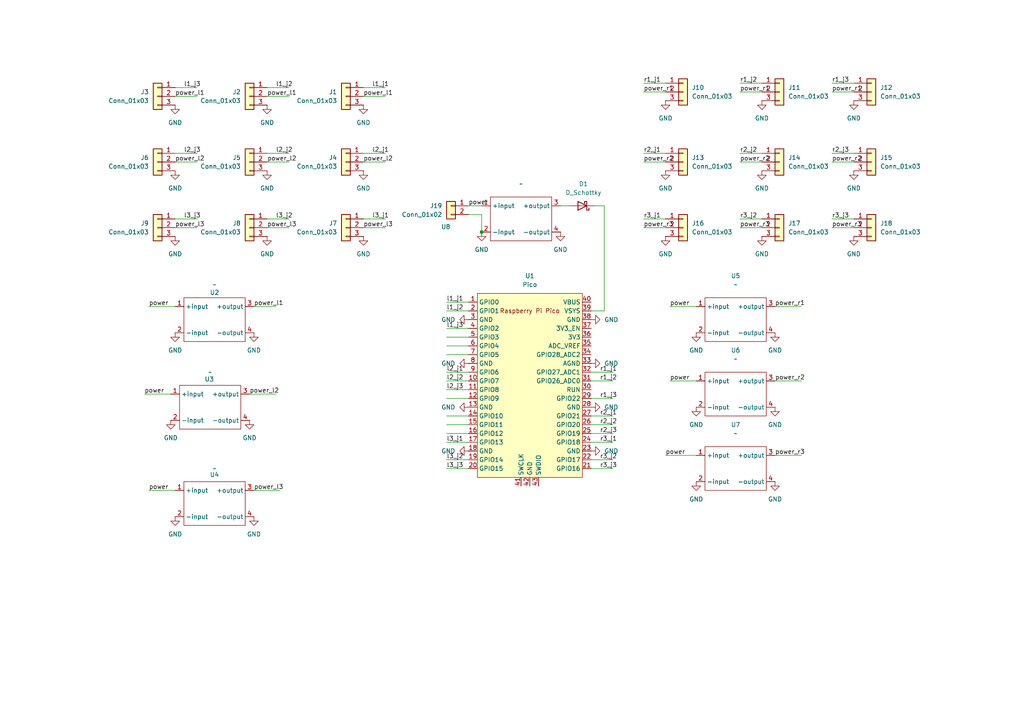
<source format=kicad_sch>
(kicad_sch
	(version 20231120)
	(generator "eeschema")
	(generator_version "8.0")
	(uuid "48f10003-3c97-4ffe-b709-48c231a3d02e")
	(paper "A4")
	(lib_symbols
		(symbol "Connector_Generic:Conn_01x02"
			(pin_names
				(offset 1.016) hide)
			(exclude_from_sim no)
			(in_bom yes)
			(on_board yes)
			(property "Reference" "J"
				(at 0 2.54 0)
				(effects
					(font
						(size 1.27 1.27)
					)
				)
			)
			(property "Value" "Conn_01x02"
				(at 0 -5.08 0)
				(effects
					(font
						(size 1.27 1.27)
					)
				)
			)
			(property "Footprint" ""
				(at 0 0 0)
				(effects
					(font
						(size 1.27 1.27)
					)
					(hide yes)
				)
			)
			(property "Datasheet" "~"
				(at 0 0 0)
				(effects
					(font
						(size 1.27 1.27)
					)
					(hide yes)
				)
			)
			(property "Description" "Generic connector, single row, 01x02, script generated (kicad-library-utils/schlib/autogen/connector/)"
				(at 0 0 0)
				(effects
					(font
						(size 1.27 1.27)
					)
					(hide yes)
				)
			)
			(property "ki_keywords" "connector"
				(at 0 0 0)
				(effects
					(font
						(size 1.27 1.27)
					)
					(hide yes)
				)
			)
			(property "ki_fp_filters" "Connector*:*_1x??_*"
				(at 0 0 0)
				(effects
					(font
						(size 1.27 1.27)
					)
					(hide yes)
				)
			)
			(symbol "Conn_01x02_1_1"
				(rectangle
					(start -1.27 -2.413)
					(end 0 -2.667)
					(stroke
						(width 0.1524)
						(type default)
					)
					(fill
						(type none)
					)
				)
				(rectangle
					(start -1.27 0.127)
					(end 0 -0.127)
					(stroke
						(width 0.1524)
						(type default)
					)
					(fill
						(type none)
					)
				)
				(rectangle
					(start -1.27 1.27)
					(end 1.27 -3.81)
					(stroke
						(width 0.254)
						(type default)
					)
					(fill
						(type background)
					)
				)
				(pin passive line
					(at -5.08 0 0)
					(length 3.81)
					(name "Pin_1"
						(effects
							(font
								(size 1.27 1.27)
							)
						)
					)
					(number "1"
						(effects
							(font
								(size 1.27 1.27)
							)
						)
					)
				)
				(pin passive line
					(at -5.08 -2.54 0)
					(length 3.81)
					(name "Pin_2"
						(effects
							(font
								(size 1.27 1.27)
							)
						)
					)
					(number "2"
						(effects
							(font
								(size 1.27 1.27)
							)
						)
					)
				)
			)
		)
		(symbol "Connector_Generic:Conn_01x03"
			(pin_names
				(offset 1.016) hide)
			(exclude_from_sim no)
			(in_bom yes)
			(on_board yes)
			(property "Reference" "J"
				(at 0 5.08 0)
				(effects
					(font
						(size 1.27 1.27)
					)
				)
			)
			(property "Value" "Conn_01x03"
				(at 0 -5.08 0)
				(effects
					(font
						(size 1.27 1.27)
					)
				)
			)
			(property "Footprint" ""
				(at 0 0 0)
				(effects
					(font
						(size 1.27 1.27)
					)
					(hide yes)
				)
			)
			(property "Datasheet" "~"
				(at 0 0 0)
				(effects
					(font
						(size 1.27 1.27)
					)
					(hide yes)
				)
			)
			(property "Description" "Generic connector, single row, 01x03, script generated (kicad-library-utils/schlib/autogen/connector/)"
				(at 0 0 0)
				(effects
					(font
						(size 1.27 1.27)
					)
					(hide yes)
				)
			)
			(property "ki_keywords" "connector"
				(at 0 0 0)
				(effects
					(font
						(size 1.27 1.27)
					)
					(hide yes)
				)
			)
			(property "ki_fp_filters" "Connector*:*_1x??_*"
				(at 0 0 0)
				(effects
					(font
						(size 1.27 1.27)
					)
					(hide yes)
				)
			)
			(symbol "Conn_01x03_1_1"
				(rectangle
					(start -1.27 -2.413)
					(end 0 -2.667)
					(stroke
						(width 0.1524)
						(type default)
					)
					(fill
						(type none)
					)
				)
				(rectangle
					(start -1.27 0.127)
					(end 0 -0.127)
					(stroke
						(width 0.1524)
						(type default)
					)
					(fill
						(type none)
					)
				)
				(rectangle
					(start -1.27 2.667)
					(end 0 2.413)
					(stroke
						(width 0.1524)
						(type default)
					)
					(fill
						(type none)
					)
				)
				(rectangle
					(start -1.27 3.81)
					(end 1.27 -3.81)
					(stroke
						(width 0.254)
						(type default)
					)
					(fill
						(type background)
					)
				)
				(pin passive line
					(at -5.08 2.54 0)
					(length 3.81)
					(name "Pin_1"
						(effects
							(font
								(size 1.27 1.27)
							)
						)
					)
					(number "1"
						(effects
							(font
								(size 1.27 1.27)
							)
						)
					)
				)
				(pin passive line
					(at -5.08 0 0)
					(length 3.81)
					(name "Pin_2"
						(effects
							(font
								(size 1.27 1.27)
							)
						)
					)
					(number "2"
						(effects
							(font
								(size 1.27 1.27)
							)
						)
					)
				)
				(pin passive line
					(at -5.08 -2.54 0)
					(length 3.81)
					(name "Pin_3"
						(effects
							(font
								(size 1.27 1.27)
							)
						)
					)
					(number "3"
						(effects
							(font
								(size 1.27 1.27)
							)
						)
					)
				)
			)
		)
		(symbol "Device:D_Schottky"
			(pin_numbers hide)
			(pin_names
				(offset 1.016) hide)
			(exclude_from_sim no)
			(in_bom yes)
			(on_board yes)
			(property "Reference" "D"
				(at 0 2.54 0)
				(effects
					(font
						(size 1.27 1.27)
					)
				)
			)
			(property "Value" "D_Schottky"
				(at 0 -2.54 0)
				(effects
					(font
						(size 1.27 1.27)
					)
				)
			)
			(property "Footprint" ""
				(at 0 0 0)
				(effects
					(font
						(size 1.27 1.27)
					)
					(hide yes)
				)
			)
			(property "Datasheet" "~"
				(at 0 0 0)
				(effects
					(font
						(size 1.27 1.27)
					)
					(hide yes)
				)
			)
			(property "Description" "Schottky diode"
				(at 0 0 0)
				(effects
					(font
						(size 1.27 1.27)
					)
					(hide yes)
				)
			)
			(property "ki_keywords" "diode Schottky"
				(at 0 0 0)
				(effects
					(font
						(size 1.27 1.27)
					)
					(hide yes)
				)
			)
			(property "ki_fp_filters" "TO-???* *_Diode_* *SingleDiode* D_*"
				(at 0 0 0)
				(effects
					(font
						(size 1.27 1.27)
					)
					(hide yes)
				)
			)
			(symbol "D_Schottky_0_1"
				(polyline
					(pts
						(xy 1.27 0) (xy -1.27 0)
					)
					(stroke
						(width 0)
						(type default)
					)
					(fill
						(type none)
					)
				)
				(polyline
					(pts
						(xy 1.27 1.27) (xy 1.27 -1.27) (xy -1.27 0) (xy 1.27 1.27)
					)
					(stroke
						(width 0.254)
						(type default)
					)
					(fill
						(type none)
					)
				)
				(polyline
					(pts
						(xy -1.905 0.635) (xy -1.905 1.27) (xy -1.27 1.27) (xy -1.27 -1.27) (xy -0.635 -1.27) (xy -0.635 -0.635)
					)
					(stroke
						(width 0.254)
						(type default)
					)
					(fill
						(type none)
					)
				)
			)
			(symbol "D_Schottky_1_1"
				(pin passive line
					(at -3.81 0 0)
					(length 2.54)
					(name "K"
						(effects
							(font
								(size 1.27 1.27)
							)
						)
					)
					(number "1"
						(effects
							(font
								(size 1.27 1.27)
							)
						)
					)
				)
				(pin passive line
					(at 3.81 0 180)
					(length 2.54)
					(name "A"
						(effects
							(font
								(size 1.27 1.27)
							)
						)
					)
					(number "2"
						(effects
							(font
								(size 1.27 1.27)
							)
						)
					)
				)
			)
		)
		(symbol "Hexapod_Library:Mini360"
			(exclude_from_sim no)
			(in_bom yes)
			(on_board yes)
			(property "Reference" "U"
				(at 0 0 0)
				(effects
					(font
						(size 1.27 1.27)
					)
				)
			)
			(property "Value" ""
				(at 0 0 0)
				(effects
					(font
						(size 1.27 1.27)
					)
				)
			)
			(property "Footprint" "Hexapod_Library:Mini360"
				(at 0 0 0)
				(effects
					(font
						(size 1.27 1.27)
					)
					(hide yes)
				)
			)
			(property "Datasheet" ""
				(at 0 0 0)
				(effects
					(font
						(size 1.27 1.27)
					)
					(hide yes)
				)
			)
			(property "Description" ""
				(at 0 0 0)
				(effects
					(font
						(size 1.27 1.27)
					)
					(hide yes)
				)
			)
			(symbol "Mini360_0_1"
				(rectangle
					(start -8.89 6.35)
					(end 8.89 -6.35)
					(stroke
						(width 0)
						(type default)
					)
					(fill
						(type none)
					)
				)
			)
			(symbol "Mini360_1_1"
				(pin input line
					(at -11.43 3.81 0)
					(length 2.54)
					(name "+input"
						(effects
							(font
								(size 1.27 1.27)
							)
						)
					)
					(number "1"
						(effects
							(font
								(size 1.27 1.27)
							)
						)
					)
				)
				(pin input line
					(at -11.43 -3.81 0)
					(length 2.54)
					(name "-input"
						(effects
							(font
								(size 1.27 1.27)
							)
						)
					)
					(number "2"
						(effects
							(font
								(size 1.27 1.27)
							)
						)
					)
				)
				(pin output line
					(at 11.43 3.81 180)
					(length 2.54)
					(name "+output"
						(effects
							(font
								(size 1.27 1.27)
							)
						)
					)
					(number "3"
						(effects
							(font
								(size 1.27 1.27)
							)
						)
					)
				)
				(pin output line
					(at 11.43 -3.81 180)
					(length 2.54)
					(name "-output"
						(effects
							(font
								(size 1.27 1.27)
							)
						)
					)
					(number "4"
						(effects
							(font
								(size 1.27 1.27)
							)
						)
					)
				)
			)
		)
		(symbol "MCU_RaspberryPi_and_Boards:Pico"
			(exclude_from_sim no)
			(in_bom yes)
			(on_board yes)
			(property "Reference" "U"
				(at -13.97 27.94 0)
				(effects
					(font
						(size 1.27 1.27)
					)
				)
			)
			(property "Value" "Pico"
				(at 0 19.05 0)
				(effects
					(font
						(size 1.27 1.27)
					)
				)
			)
			(property "Footprint" "RPi_Pico:RPi_Pico_SMD_TH"
				(at 0 0 90)
				(effects
					(font
						(size 1.27 1.27)
					)
					(hide yes)
				)
			)
			(property "Datasheet" ""
				(at 0 0 0)
				(effects
					(font
						(size 1.27 1.27)
					)
					(hide yes)
				)
			)
			(property "Description" ""
				(at 0 0 0)
				(effects
					(font
						(size 1.27 1.27)
					)
					(hide yes)
				)
			)
			(symbol "Pico_0_0"
				(text "Raspberry Pi Pico"
					(at 0 21.59 0)
					(effects
						(font
							(size 1.27 1.27)
						)
					)
				)
			)
			(symbol "Pico_0_1"
				(rectangle
					(start -15.24 26.67)
					(end 15.24 -26.67)
					(stroke
						(width 0)
						(type default)
					)
					(fill
						(type background)
					)
				)
			)
			(symbol "Pico_1_1"
				(pin bidirectional line
					(at -17.78 24.13 0)
					(length 2.54)
					(name "GPIO0"
						(effects
							(font
								(size 1.27 1.27)
							)
						)
					)
					(number "1"
						(effects
							(font
								(size 1.27 1.27)
							)
						)
					)
				)
				(pin bidirectional line
					(at -17.78 1.27 0)
					(length 2.54)
					(name "GPIO7"
						(effects
							(font
								(size 1.27 1.27)
							)
						)
					)
					(number "10"
						(effects
							(font
								(size 1.27 1.27)
							)
						)
					)
				)
				(pin bidirectional line
					(at -17.78 -1.27 0)
					(length 2.54)
					(name "GPIO8"
						(effects
							(font
								(size 1.27 1.27)
							)
						)
					)
					(number "11"
						(effects
							(font
								(size 1.27 1.27)
							)
						)
					)
				)
				(pin bidirectional line
					(at -17.78 -3.81 0)
					(length 2.54)
					(name "GPIO9"
						(effects
							(font
								(size 1.27 1.27)
							)
						)
					)
					(number "12"
						(effects
							(font
								(size 1.27 1.27)
							)
						)
					)
				)
				(pin power_in line
					(at -17.78 -6.35 0)
					(length 2.54)
					(name "GND"
						(effects
							(font
								(size 1.27 1.27)
							)
						)
					)
					(number "13"
						(effects
							(font
								(size 1.27 1.27)
							)
						)
					)
				)
				(pin bidirectional line
					(at -17.78 -8.89 0)
					(length 2.54)
					(name "GPIO10"
						(effects
							(font
								(size 1.27 1.27)
							)
						)
					)
					(number "14"
						(effects
							(font
								(size 1.27 1.27)
							)
						)
					)
				)
				(pin bidirectional line
					(at -17.78 -11.43 0)
					(length 2.54)
					(name "GPIO11"
						(effects
							(font
								(size 1.27 1.27)
							)
						)
					)
					(number "15"
						(effects
							(font
								(size 1.27 1.27)
							)
						)
					)
				)
				(pin bidirectional line
					(at -17.78 -13.97 0)
					(length 2.54)
					(name "GPIO12"
						(effects
							(font
								(size 1.27 1.27)
							)
						)
					)
					(number "16"
						(effects
							(font
								(size 1.27 1.27)
							)
						)
					)
				)
				(pin bidirectional line
					(at -17.78 -16.51 0)
					(length 2.54)
					(name "GPIO13"
						(effects
							(font
								(size 1.27 1.27)
							)
						)
					)
					(number "17"
						(effects
							(font
								(size 1.27 1.27)
							)
						)
					)
				)
				(pin power_in line
					(at -17.78 -19.05 0)
					(length 2.54)
					(name "GND"
						(effects
							(font
								(size 1.27 1.27)
							)
						)
					)
					(number "18"
						(effects
							(font
								(size 1.27 1.27)
							)
						)
					)
				)
				(pin bidirectional line
					(at -17.78 -21.59 0)
					(length 2.54)
					(name "GPIO14"
						(effects
							(font
								(size 1.27 1.27)
							)
						)
					)
					(number "19"
						(effects
							(font
								(size 1.27 1.27)
							)
						)
					)
				)
				(pin bidirectional line
					(at -17.78 21.59 0)
					(length 2.54)
					(name "GPIO1"
						(effects
							(font
								(size 1.27 1.27)
							)
						)
					)
					(number "2"
						(effects
							(font
								(size 1.27 1.27)
							)
						)
					)
				)
				(pin bidirectional line
					(at -17.78 -24.13 0)
					(length 2.54)
					(name "GPIO15"
						(effects
							(font
								(size 1.27 1.27)
							)
						)
					)
					(number "20"
						(effects
							(font
								(size 1.27 1.27)
							)
						)
					)
				)
				(pin bidirectional line
					(at 17.78 -24.13 180)
					(length 2.54)
					(name "GPIO16"
						(effects
							(font
								(size 1.27 1.27)
							)
						)
					)
					(number "21"
						(effects
							(font
								(size 1.27 1.27)
							)
						)
					)
				)
				(pin bidirectional line
					(at 17.78 -21.59 180)
					(length 2.54)
					(name "GPIO17"
						(effects
							(font
								(size 1.27 1.27)
							)
						)
					)
					(number "22"
						(effects
							(font
								(size 1.27 1.27)
							)
						)
					)
				)
				(pin power_in line
					(at 17.78 -19.05 180)
					(length 2.54)
					(name "GND"
						(effects
							(font
								(size 1.27 1.27)
							)
						)
					)
					(number "23"
						(effects
							(font
								(size 1.27 1.27)
							)
						)
					)
				)
				(pin bidirectional line
					(at 17.78 -16.51 180)
					(length 2.54)
					(name "GPIO18"
						(effects
							(font
								(size 1.27 1.27)
							)
						)
					)
					(number "24"
						(effects
							(font
								(size 1.27 1.27)
							)
						)
					)
				)
				(pin bidirectional line
					(at 17.78 -13.97 180)
					(length 2.54)
					(name "GPIO19"
						(effects
							(font
								(size 1.27 1.27)
							)
						)
					)
					(number "25"
						(effects
							(font
								(size 1.27 1.27)
							)
						)
					)
				)
				(pin bidirectional line
					(at 17.78 -11.43 180)
					(length 2.54)
					(name "GPIO20"
						(effects
							(font
								(size 1.27 1.27)
							)
						)
					)
					(number "26"
						(effects
							(font
								(size 1.27 1.27)
							)
						)
					)
				)
				(pin bidirectional line
					(at 17.78 -8.89 180)
					(length 2.54)
					(name "GPIO21"
						(effects
							(font
								(size 1.27 1.27)
							)
						)
					)
					(number "27"
						(effects
							(font
								(size 1.27 1.27)
							)
						)
					)
				)
				(pin power_in line
					(at 17.78 -6.35 180)
					(length 2.54)
					(name "GND"
						(effects
							(font
								(size 1.27 1.27)
							)
						)
					)
					(number "28"
						(effects
							(font
								(size 1.27 1.27)
							)
						)
					)
				)
				(pin bidirectional line
					(at 17.78 -3.81 180)
					(length 2.54)
					(name "GPIO22"
						(effects
							(font
								(size 1.27 1.27)
							)
						)
					)
					(number "29"
						(effects
							(font
								(size 1.27 1.27)
							)
						)
					)
				)
				(pin power_in line
					(at -17.78 19.05 0)
					(length 2.54)
					(name "GND"
						(effects
							(font
								(size 1.27 1.27)
							)
						)
					)
					(number "3"
						(effects
							(font
								(size 1.27 1.27)
							)
						)
					)
				)
				(pin input line
					(at 17.78 -1.27 180)
					(length 2.54)
					(name "RUN"
						(effects
							(font
								(size 1.27 1.27)
							)
						)
					)
					(number "30"
						(effects
							(font
								(size 1.27 1.27)
							)
						)
					)
				)
				(pin bidirectional line
					(at 17.78 1.27 180)
					(length 2.54)
					(name "GPIO26_ADC0"
						(effects
							(font
								(size 1.27 1.27)
							)
						)
					)
					(number "31"
						(effects
							(font
								(size 1.27 1.27)
							)
						)
					)
				)
				(pin bidirectional line
					(at 17.78 3.81 180)
					(length 2.54)
					(name "GPIO27_ADC1"
						(effects
							(font
								(size 1.27 1.27)
							)
						)
					)
					(number "32"
						(effects
							(font
								(size 1.27 1.27)
							)
						)
					)
				)
				(pin power_in line
					(at 17.78 6.35 180)
					(length 2.54)
					(name "AGND"
						(effects
							(font
								(size 1.27 1.27)
							)
						)
					)
					(number "33"
						(effects
							(font
								(size 1.27 1.27)
							)
						)
					)
				)
				(pin bidirectional line
					(at 17.78 8.89 180)
					(length 2.54)
					(name "GPIO28_ADC2"
						(effects
							(font
								(size 1.27 1.27)
							)
						)
					)
					(number "34"
						(effects
							(font
								(size 1.27 1.27)
							)
						)
					)
				)
				(pin power_in line
					(at 17.78 11.43 180)
					(length 2.54)
					(name "ADC_VREF"
						(effects
							(font
								(size 1.27 1.27)
							)
						)
					)
					(number "35"
						(effects
							(font
								(size 1.27 1.27)
							)
						)
					)
				)
				(pin power_in line
					(at 17.78 13.97 180)
					(length 2.54)
					(name "3V3"
						(effects
							(font
								(size 1.27 1.27)
							)
						)
					)
					(number "36"
						(effects
							(font
								(size 1.27 1.27)
							)
						)
					)
				)
				(pin input line
					(at 17.78 16.51 180)
					(length 2.54)
					(name "3V3_EN"
						(effects
							(font
								(size 1.27 1.27)
							)
						)
					)
					(number "37"
						(effects
							(font
								(size 1.27 1.27)
							)
						)
					)
				)
				(pin bidirectional line
					(at 17.78 19.05 180)
					(length 2.54)
					(name "GND"
						(effects
							(font
								(size 1.27 1.27)
							)
						)
					)
					(number "38"
						(effects
							(font
								(size 1.27 1.27)
							)
						)
					)
				)
				(pin power_in line
					(at 17.78 21.59 180)
					(length 2.54)
					(name "VSYS"
						(effects
							(font
								(size 1.27 1.27)
							)
						)
					)
					(number "39"
						(effects
							(font
								(size 1.27 1.27)
							)
						)
					)
				)
				(pin bidirectional line
					(at -17.78 16.51 0)
					(length 2.54)
					(name "GPIO2"
						(effects
							(font
								(size 1.27 1.27)
							)
						)
					)
					(number "4"
						(effects
							(font
								(size 1.27 1.27)
							)
						)
					)
				)
				(pin power_in line
					(at 17.78 24.13 180)
					(length 2.54)
					(name "VBUS"
						(effects
							(font
								(size 1.27 1.27)
							)
						)
					)
					(number "40"
						(effects
							(font
								(size 1.27 1.27)
							)
						)
					)
				)
				(pin input line
					(at -2.54 -29.21 90)
					(length 2.54)
					(name "SWCLK"
						(effects
							(font
								(size 1.27 1.27)
							)
						)
					)
					(number "41"
						(effects
							(font
								(size 1.27 1.27)
							)
						)
					)
				)
				(pin power_in line
					(at 0 -29.21 90)
					(length 2.54)
					(name "GND"
						(effects
							(font
								(size 1.27 1.27)
							)
						)
					)
					(number "42"
						(effects
							(font
								(size 1.27 1.27)
							)
						)
					)
				)
				(pin bidirectional line
					(at 2.54 -29.21 90)
					(length 2.54)
					(name "SWDIO"
						(effects
							(font
								(size 1.27 1.27)
							)
						)
					)
					(number "43"
						(effects
							(font
								(size 1.27 1.27)
							)
						)
					)
				)
				(pin bidirectional line
					(at -17.78 13.97 0)
					(length 2.54)
					(name "GPIO3"
						(effects
							(font
								(size 1.27 1.27)
							)
						)
					)
					(number "5"
						(effects
							(font
								(size 1.27 1.27)
							)
						)
					)
				)
				(pin bidirectional line
					(at -17.78 11.43 0)
					(length 2.54)
					(name "GPIO4"
						(effects
							(font
								(size 1.27 1.27)
							)
						)
					)
					(number "6"
						(effects
							(font
								(size 1.27 1.27)
							)
						)
					)
				)
				(pin bidirectional line
					(at -17.78 8.89 0)
					(length 2.54)
					(name "GPIO5"
						(effects
							(font
								(size 1.27 1.27)
							)
						)
					)
					(number "7"
						(effects
							(font
								(size 1.27 1.27)
							)
						)
					)
				)
				(pin power_in line
					(at -17.78 6.35 0)
					(length 2.54)
					(name "GND"
						(effects
							(font
								(size 1.27 1.27)
							)
						)
					)
					(number "8"
						(effects
							(font
								(size 1.27 1.27)
							)
						)
					)
				)
				(pin bidirectional line
					(at -17.78 3.81 0)
					(length 2.54)
					(name "GPIO6"
						(effects
							(font
								(size 1.27 1.27)
							)
						)
					)
					(number "9"
						(effects
							(font
								(size 1.27 1.27)
							)
						)
					)
				)
			)
		)
		(symbol "power:GND"
			(power)
			(pin_numbers hide)
			(pin_names
				(offset 0) hide)
			(exclude_from_sim no)
			(in_bom yes)
			(on_board yes)
			(property "Reference" "#PWR"
				(at 0 -6.35 0)
				(effects
					(font
						(size 1.27 1.27)
					)
					(hide yes)
				)
			)
			(property "Value" "GND"
				(at 0 -3.81 0)
				(effects
					(font
						(size 1.27 1.27)
					)
				)
			)
			(property "Footprint" ""
				(at 0 0 0)
				(effects
					(font
						(size 1.27 1.27)
					)
					(hide yes)
				)
			)
			(property "Datasheet" ""
				(at 0 0 0)
				(effects
					(font
						(size 1.27 1.27)
					)
					(hide yes)
				)
			)
			(property "Description" "Power symbol creates a global label with name \"GND\" , ground"
				(at 0 0 0)
				(effects
					(font
						(size 1.27 1.27)
					)
					(hide yes)
				)
			)
			(property "ki_keywords" "global power"
				(at 0 0 0)
				(effects
					(font
						(size 1.27 1.27)
					)
					(hide yes)
				)
			)
			(symbol "GND_0_1"
				(polyline
					(pts
						(xy 0 0) (xy 0 -1.27) (xy 1.27 -1.27) (xy 0 -2.54) (xy -1.27 -1.27) (xy 0 -1.27)
					)
					(stroke
						(width 0)
						(type default)
					)
					(fill
						(type none)
					)
				)
			)
			(symbol "GND_1_1"
				(pin power_in line
					(at 0 0 270)
					(length 0)
					(name "~"
						(effects
							(font
								(size 1.27 1.27)
							)
						)
					)
					(number "1"
						(effects
							(font
								(size 1.27 1.27)
							)
						)
					)
				)
			)
		)
	)
	(junction
		(at 139.7 67.31)
		(diameter 0)
		(color 0 0 0 0)
		(uuid "f5c7b743-c52d-4d7f-b056-bca6eb94d1d2")
	)
	(wire
		(pts
			(xy 241.3 44.45) (xy 247.65 44.45)
		)
		(stroke
			(width 0)
			(type default)
		)
		(uuid "01d75c37-dc7c-4912-82ce-ab59a78235fb")
	)
	(wire
		(pts
			(xy 105.41 27.94) (xy 111.76 27.94)
		)
		(stroke
			(width 0)
			(type default)
		)
		(uuid "0527a6f8-1842-485f-a465-39270dde0346")
	)
	(wire
		(pts
			(xy 43.18 142.24) (xy 50.8 142.24)
		)
		(stroke
			(width 0)
			(type default)
		)
		(uuid "05e16bc4-002a-4954-94ad-c3668fb8c0b2")
	)
	(wire
		(pts
			(xy 241.3 63.5) (xy 247.65 63.5)
		)
		(stroke
			(width 0)
			(type default)
		)
		(uuid "094043d0-5c50-47da-b6d1-73f8b64e7399")
	)
	(wire
		(pts
			(xy 105.41 25.4) (xy 111.76 25.4)
		)
		(stroke
			(width 0)
			(type default)
		)
		(uuid "0a771cd1-e0cd-4040-a3b2-fd7c387dcb90")
	)
	(wire
		(pts
			(xy 77.47 46.99) (xy 83.82 46.99)
		)
		(stroke
			(width 0)
			(type default)
		)
		(uuid "0b89e830-23c5-4d50-92ca-4a9ca43d0399")
	)
	(wire
		(pts
			(xy 214.63 24.13) (xy 220.98 24.13)
		)
		(stroke
			(width 0)
			(type default)
		)
		(uuid "0c378d22-269a-488d-afb7-32e06874fe86")
	)
	(wire
		(pts
			(xy 129.54 125.73) (xy 135.89 125.73)
		)
		(stroke
			(width 0)
			(type default)
		)
		(uuid "16f6d97b-a42e-4b00-b19f-c977616caa36")
	)
	(wire
		(pts
			(xy 129.54 97.79) (xy 135.89 97.79)
		)
		(stroke
			(width 0)
			(type default)
		)
		(uuid "1b15af62-7cfe-47a2-8591-429a18368623")
	)
	(wire
		(pts
			(xy 175.26 90.17) (xy 171.45 90.17)
		)
		(stroke
			(width 0)
			(type default)
		)
		(uuid "1f8de62e-5880-4e13-ae19-6caddb27c4e3")
	)
	(wire
		(pts
			(xy 129.54 133.35) (xy 135.89 133.35)
		)
		(stroke
			(width 0)
			(type default)
		)
		(uuid "200bafb4-f204-43f2-be17-75c0a3d9519b")
	)
	(wire
		(pts
			(xy 186.69 46.99) (xy 193.04 46.99)
		)
		(stroke
			(width 0)
			(type default)
		)
		(uuid "2563162a-0650-4f65-80d0-e6db7e7fde53")
	)
	(wire
		(pts
			(xy 129.54 107.95) (xy 135.89 107.95)
		)
		(stroke
			(width 0)
			(type default)
		)
		(uuid "25f43b23-e035-4937-9bd2-6b78046c30c4")
	)
	(wire
		(pts
			(xy 171.45 115.57) (xy 177.8 115.57)
		)
		(stroke
			(width 0)
			(type default)
		)
		(uuid "26228ba2-56c1-4ca9-a1c0-e5e3db13f94c")
	)
	(wire
		(pts
			(xy 129.54 102.87) (xy 135.89 102.87)
		)
		(stroke
			(width 0)
			(type default)
		)
		(uuid "28e8e1c7-c10b-4a05-8104-3427990e45c1")
	)
	(wire
		(pts
			(xy 171.45 128.27) (xy 177.8 128.27)
		)
		(stroke
			(width 0)
			(type default)
		)
		(uuid "2aa83f7f-28eb-4c93-aecb-825f6319d425")
	)
	(wire
		(pts
			(xy 186.69 63.5) (xy 193.04 63.5)
		)
		(stroke
			(width 0)
			(type default)
		)
		(uuid "2bb0cca9-4d40-4e9d-be97-74ec91675c6f")
	)
	(wire
		(pts
			(xy 129.54 90.17) (xy 135.89 90.17)
		)
		(stroke
			(width 0)
			(type default)
		)
		(uuid "2e7d2d04-9471-42ca-b216-c99160563c1e")
	)
	(wire
		(pts
			(xy 129.54 113.03) (xy 135.89 113.03)
		)
		(stroke
			(width 0)
			(type default)
		)
		(uuid "2ff9f9cb-818c-4e28-ad08-715fe4f270ea")
	)
	(wire
		(pts
			(xy 50.8 63.5) (xy 57.15 63.5)
		)
		(stroke
			(width 0)
			(type default)
		)
		(uuid "33ddba10-bef7-4515-b888-b2ad45362691")
	)
	(wire
		(pts
			(xy 241.3 46.99) (xy 247.65 46.99)
		)
		(stroke
			(width 0)
			(type default)
		)
		(uuid "3bca9c8a-915e-4807-bc78-0d40c7407f76")
	)
	(wire
		(pts
			(xy 135.89 62.23) (xy 139.7 62.23)
		)
		(stroke
			(width 0)
			(type default)
		)
		(uuid "431ed1c3-8520-43f3-8974-06adc1501359")
	)
	(wire
		(pts
			(xy 50.8 27.94) (xy 57.15 27.94)
		)
		(stroke
			(width 0)
			(type default)
		)
		(uuid "44fb98fe-5cab-4d51-82b2-769366921054")
	)
	(wire
		(pts
			(xy 224.79 132.08) (xy 232.41 132.08)
		)
		(stroke
			(width 0)
			(type default)
		)
		(uuid "481ff978-3b84-4c89-9250-71a3b513524e")
	)
	(wire
		(pts
			(xy 214.63 44.45) (xy 220.98 44.45)
		)
		(stroke
			(width 0)
			(type default)
		)
		(uuid "49734e4a-f025-49a9-b7b9-1de2ef6cb7f2")
	)
	(wire
		(pts
			(xy 105.41 63.5) (xy 111.76 63.5)
		)
		(stroke
			(width 0)
			(type default)
		)
		(uuid "4a84fd55-fd80-468b-8a1b-c06990124ac9")
	)
	(wire
		(pts
			(xy 175.26 59.69) (xy 175.26 90.17)
		)
		(stroke
			(width 0)
			(type default)
		)
		(uuid "4aa79821-f8a5-486c-976c-e1cfab4b09d6")
	)
	(wire
		(pts
			(xy 129.54 87.63) (xy 135.89 87.63)
		)
		(stroke
			(width 0)
			(type default)
		)
		(uuid "54088b1c-f5d2-4439-af54-2d1aed8e0ba4")
	)
	(wire
		(pts
			(xy 171.45 135.89) (xy 177.8 135.89)
		)
		(stroke
			(width 0)
			(type default)
		)
		(uuid "57b40783-8cce-43f5-ac4b-9e3592b4a74e")
	)
	(wire
		(pts
			(xy 171.45 120.65) (xy 177.8 120.65)
		)
		(stroke
			(width 0)
			(type default)
		)
		(uuid "57e602da-05a0-452e-8bc9-ebdf87cfc781")
	)
	(wire
		(pts
			(xy 241.3 66.04) (xy 247.65 66.04)
		)
		(stroke
			(width 0)
			(type default)
		)
		(uuid "59e3a5bc-208f-443a-a06a-fa99c6bb14cb")
	)
	(wire
		(pts
			(xy 41.91 114.3) (xy 49.53 114.3)
		)
		(stroke
			(width 0)
			(type default)
		)
		(uuid "59eca089-653b-4cec-b415-ba82a1100e81")
	)
	(wire
		(pts
			(xy 129.54 95.25) (xy 135.89 95.25)
		)
		(stroke
			(width 0)
			(type default)
		)
		(uuid "5f1c4e40-f638-4352-ac52-c69a67676fde")
	)
	(wire
		(pts
			(xy 105.41 44.45) (xy 111.76 44.45)
		)
		(stroke
			(width 0)
			(type default)
		)
		(uuid "625bf219-9567-44f4-8e2a-7f61d1e668cc")
	)
	(wire
		(pts
			(xy 50.8 66.04) (xy 57.15 66.04)
		)
		(stroke
			(width 0)
			(type default)
		)
		(uuid "66633363-740e-4be0-8627-eccad44c33d5")
	)
	(wire
		(pts
			(xy 186.69 24.13) (xy 193.04 24.13)
		)
		(stroke
			(width 0)
			(type default)
		)
		(uuid "6a19448c-b4ba-4ee2-84cd-a4240a28e687")
	)
	(wire
		(pts
			(xy 214.63 66.04) (xy 220.98 66.04)
		)
		(stroke
			(width 0)
			(type default)
		)
		(uuid "6b8de223-75e7-4c44-bee8-b83cfa68e43e")
	)
	(wire
		(pts
			(xy 73.66 88.9) (xy 80.01 88.9)
		)
		(stroke
			(width 0)
			(type default)
		)
		(uuid "6d50d900-96ec-4f04-a457-823f05b19c2e")
	)
	(wire
		(pts
			(xy 50.8 44.45) (xy 57.15 44.45)
		)
		(stroke
			(width 0)
			(type default)
		)
		(uuid "6d786a61-9c0f-4caa-9566-a66cb41f0878")
	)
	(wire
		(pts
			(xy 171.45 107.95) (xy 177.8 107.95)
		)
		(stroke
			(width 0)
			(type default)
		)
		(uuid "71bdc876-2bc3-467f-b37d-056bf65b9719")
	)
	(wire
		(pts
			(xy 77.47 66.04) (xy 83.82 66.04)
		)
		(stroke
			(width 0)
			(type default)
		)
		(uuid "79c03482-77cf-4aaf-99e5-f0a5c2cedee1")
	)
	(wire
		(pts
			(xy 224.79 110.49) (xy 232.41 110.49)
		)
		(stroke
			(width 0)
			(type default)
		)
		(uuid "7c56f467-942a-4886-ac80-c8f1a2c60f1c")
	)
	(wire
		(pts
			(xy 50.8 46.99) (xy 57.15 46.99)
		)
		(stroke
			(width 0)
			(type default)
		)
		(uuid "84e934c9-93dd-4191-89b7-d3ba79cb79e0")
	)
	(wire
		(pts
			(xy 77.47 27.94) (xy 83.82 27.94)
		)
		(stroke
			(width 0)
			(type default)
		)
		(uuid "87359898-1212-4373-9306-ab9697d1910c")
	)
	(wire
		(pts
			(xy 172.72 59.69) (xy 175.26 59.69)
		)
		(stroke
			(width 0)
			(type default)
		)
		(uuid "89d3084d-66da-43b7-94e3-7b9813537dac")
	)
	(wire
		(pts
			(xy 135.89 59.69) (xy 139.7 59.69)
		)
		(stroke
			(width 0)
			(type default)
		)
		(uuid "8ce39e97-0b65-4d18-bb71-3448b7b06ab8")
	)
	(wire
		(pts
			(xy 171.45 123.19) (xy 177.8 123.19)
		)
		(stroke
			(width 0)
			(type default)
		)
		(uuid "8dc2dba2-b8a6-403f-8c7b-4e465733d24d")
	)
	(wire
		(pts
			(xy 171.45 110.49) (xy 177.8 110.49)
		)
		(stroke
			(width 0)
			(type default)
		)
		(uuid "90906d96-6336-472f-a7c1-7da35d1af805")
	)
	(wire
		(pts
			(xy 241.3 24.13) (xy 247.65 24.13)
		)
		(stroke
			(width 0)
			(type default)
		)
		(uuid "92a7e4bb-e183-40b6-a617-50675c1974bf")
	)
	(wire
		(pts
			(xy 224.79 88.9) (xy 232.41 88.9)
		)
		(stroke
			(width 0)
			(type default)
		)
		(uuid "966020ac-0628-4301-943d-59090c6fc31c")
	)
	(wire
		(pts
			(xy 77.47 44.45) (xy 83.82 44.45)
		)
		(stroke
			(width 0)
			(type default)
		)
		(uuid "99276a16-85c4-4351-8073-9f201004835e")
	)
	(wire
		(pts
			(xy 50.8 25.4) (xy 57.15 25.4)
		)
		(stroke
			(width 0)
			(type default)
		)
		(uuid "9ba4e8f0-4873-46f3-970a-d1775a19d321")
	)
	(wire
		(pts
			(xy 72.39 114.3) (xy 80.01 114.3)
		)
		(stroke
			(width 0)
			(type default)
		)
		(uuid "acb8c135-853b-4e2b-943d-c11d80b2f6db")
	)
	(wire
		(pts
			(xy 214.63 63.5) (xy 220.98 63.5)
		)
		(stroke
			(width 0)
			(type default)
		)
		(uuid "b5ba658a-896d-4cdf-975e-22c5542c54bd")
	)
	(wire
		(pts
			(xy 186.69 26.67) (xy 193.04 26.67)
		)
		(stroke
			(width 0)
			(type default)
		)
		(uuid "b655ac7e-24e0-4c89-bb60-010bd887096c")
	)
	(wire
		(pts
			(xy 73.66 142.24) (xy 81.28 142.24)
		)
		(stroke
			(width 0)
			(type default)
		)
		(uuid "bc417608-d105-425e-8b3e-edb20f88b170")
	)
	(wire
		(pts
			(xy 129.54 115.57) (xy 135.89 115.57)
		)
		(stroke
			(width 0)
			(type default)
		)
		(uuid "bd327f5b-24b2-42fe-afb6-72f7c1e59737")
	)
	(wire
		(pts
			(xy 139.7 62.23) (xy 139.7 67.31)
		)
		(stroke
			(width 0)
			(type default)
		)
		(uuid "bdb440cf-ed38-4baa-81ce-1cea19589ac4")
	)
	(wire
		(pts
			(xy 129.54 135.89) (xy 135.89 135.89)
		)
		(stroke
			(width 0)
			(type default)
		)
		(uuid "c3781dca-bfd4-401a-8038-08613074eb38")
	)
	(wire
		(pts
			(xy 214.63 26.67) (xy 220.98 26.67)
		)
		(stroke
			(width 0)
			(type default)
		)
		(uuid "c6bd48e4-7ba1-495e-976b-633219c5bee2")
	)
	(wire
		(pts
			(xy 194.31 110.49) (xy 201.93 110.49)
		)
		(stroke
			(width 0)
			(type default)
		)
		(uuid "ca0385e1-cefc-4e8c-a194-e1fc32dea7e6")
	)
	(wire
		(pts
			(xy 162.56 59.69) (xy 165.1 59.69)
		)
		(stroke
			(width 0)
			(type default)
		)
		(uuid "cbdc7b1f-d423-482c-86c4-1f1f132260e5")
	)
	(wire
		(pts
			(xy 105.41 66.04) (xy 111.76 66.04)
		)
		(stroke
			(width 0)
			(type default)
		)
		(uuid "ce790054-184f-4ff4-b9a2-41883dcf5e6e")
	)
	(wire
		(pts
			(xy 43.18 88.9) (xy 50.8 88.9)
		)
		(stroke
			(width 0)
			(type default)
		)
		(uuid "d0ab17b9-c066-4b6e-a09b-3114929d8c52")
	)
	(wire
		(pts
			(xy 77.47 63.5) (xy 83.82 63.5)
		)
		(stroke
			(width 0)
			(type default)
		)
		(uuid "d2eb6b98-ded9-4575-9272-bcb2aa5781ee")
	)
	(wire
		(pts
			(xy 186.69 44.45) (xy 193.04 44.45)
		)
		(stroke
			(width 0)
			(type default)
		)
		(uuid "d6b191ee-da1a-4a06-bf19-fb090f0bea37")
	)
	(wire
		(pts
			(xy 129.54 128.27) (xy 135.89 128.27)
		)
		(stroke
			(width 0)
			(type default)
		)
		(uuid "d844299d-d337-4bb9-b4d7-8fff1e1b9f93")
	)
	(wire
		(pts
			(xy 171.45 133.35) (xy 177.8 133.35)
		)
		(stroke
			(width 0)
			(type default)
		)
		(uuid "e7de7067-5c50-4865-bf9b-9a7ad1477dc6")
	)
	(wire
		(pts
			(xy 129.54 100.33) (xy 135.89 100.33)
		)
		(stroke
			(width 0)
			(type default)
		)
		(uuid "e85b131b-ab1b-4899-82d9-ba9a2e738c72")
	)
	(wire
		(pts
			(xy 171.45 125.73) (xy 177.8 125.73)
		)
		(stroke
			(width 0)
			(type default)
		)
		(uuid "eabc017c-3c64-4d13-9c38-9979c1d6b460")
	)
	(wire
		(pts
			(xy 194.31 88.9) (xy 201.93 88.9)
		)
		(stroke
			(width 0)
			(type default)
		)
		(uuid "eb5de91d-09a8-4323-a367-687c22879dc7")
	)
	(wire
		(pts
			(xy 77.47 25.4) (xy 83.82 25.4)
		)
		(stroke
			(width 0)
			(type default)
		)
		(uuid "eb9a8cc3-004d-4534-a791-96de12c28fde")
	)
	(wire
		(pts
			(xy 214.63 46.99) (xy 220.98 46.99)
		)
		(stroke
			(width 0)
			(type default)
		)
		(uuid "ed1fe527-da53-4f19-b8e8-f407c77636b0")
	)
	(wire
		(pts
			(xy 129.54 120.65) (xy 135.89 120.65)
		)
		(stroke
			(width 0)
			(type default)
		)
		(uuid "f01ba867-7c35-4ec3-854a-9a2fb111090b")
	)
	(wire
		(pts
			(xy 186.69 66.04) (xy 193.04 66.04)
		)
		(stroke
			(width 0)
			(type default)
		)
		(uuid "f49925d5-1b02-42a9-97a7-1181c86dc37d")
	)
	(wire
		(pts
			(xy 241.3 26.67) (xy 247.65 26.67)
		)
		(stroke
			(width 0)
			(type default)
		)
		(uuid "f5d75650-4a84-46fa-8c1d-ac2b3e4c11bb")
	)
	(wire
		(pts
			(xy 129.54 110.49) (xy 135.89 110.49)
		)
		(stroke
			(width 0)
			(type default)
		)
		(uuid "fbef6869-965e-4ca7-a87c-2e7b05cfe4fc")
	)
	(wire
		(pts
			(xy 129.54 123.19) (xy 135.89 123.19)
		)
		(stroke
			(width 0)
			(type default)
		)
		(uuid "fc9c6e23-68f6-456a-bb69-cb5e93bff93d")
	)
	(wire
		(pts
			(xy 105.41 46.99) (xy 111.76 46.99)
		)
		(stroke
			(width 0)
			(type default)
		)
		(uuid "fdd21257-9e5b-49b3-8b95-ad653eac59a9")
	)
	(wire
		(pts
			(xy 193.04 132.08) (xy 201.93 132.08)
		)
		(stroke
			(width 0)
			(type default)
		)
		(uuid "feee2dd5-9fea-48b4-a7a0-4fbc73e4a666")
	)
	(label "power_r1"
		(at 214.63 26.67 0)
		(fields_autoplaced yes)
		(effects
			(font
				(size 1.27 1.27)
			)
			(justify left bottom)
		)
		(uuid "030775f3-cced-4366-bd37-93eac7aedbb6")
	)
	(label "power_l3"
		(at 73.66 142.24 0)
		(fields_autoplaced yes)
		(effects
			(font
				(size 1.27 1.27)
			)
			(justify left bottom)
		)
		(uuid "099aafc1-5eba-4e37-abbc-48cad87d2080")
	)
	(label "power_r3"
		(at 214.63 66.04 0)
		(fields_autoplaced yes)
		(effects
			(font
				(size 1.27 1.27)
			)
			(justify left bottom)
		)
		(uuid "1247715a-d4d4-4b02-b36b-a0d2c71d4ced")
	)
	(label "r3_j2"
		(at 214.63 63.5 0)
		(fields_autoplaced yes)
		(effects
			(font
				(size 1.27 1.27)
			)
			(justify left bottom)
		)
		(uuid "14baacf3-82d2-49ea-91fd-df385ae95474")
	)
	(label "power_r2"
		(at 241.3 46.99 0)
		(fields_autoplaced yes)
		(effects
			(font
				(size 1.27 1.27)
			)
			(justify left bottom)
		)
		(uuid "234954ff-5f8b-48bc-9e0f-418f177aacc6")
	)
	(label "power_r3"
		(at 224.79 132.08 0)
		(fields_autoplaced yes)
		(effects
			(font
				(size 1.27 1.27)
			)
			(justify left bottom)
		)
		(uuid "2353dbd6-decb-4f21-a1ae-18bf06f1dc4f")
	)
	(label "power_l3"
		(at 105.41 66.04 0)
		(fields_autoplaced yes)
		(effects
			(font
				(size 1.27 1.27)
			)
			(justify left bottom)
		)
		(uuid "25b175be-082a-490d-8e66-7648437fc6b6")
	)
	(label "l3_j3"
		(at 129.54 135.89 0)
		(fields_autoplaced yes)
		(effects
			(font
				(size 1.27 1.27)
			)
			(justify left bottom)
		)
		(uuid "2f445a2f-83e6-4b7f-aeef-232b8c8cec6c")
	)
	(label "power"
		(at 135.89 59.69 0)
		(fields_autoplaced yes)
		(effects
			(font
				(size 1.27 1.27)
			)
			(justify left bottom)
		)
		(uuid "30f71a1b-2b78-465d-8c16-1c7ca23e1518")
	)
	(label "r3_j1"
		(at 173.99 128.27 0)
		(fields_autoplaced yes)
		(effects
			(font
				(size 1.27 1.27)
			)
			(justify left bottom)
		)
		(uuid "353ee0bc-1cde-4af6-b4e8-e5038c69add2")
	)
	(label "power_l2"
		(at 77.47 46.99 0)
		(fields_autoplaced yes)
		(effects
			(font
				(size 1.27 1.27)
			)
			(justify left bottom)
		)
		(uuid "3c7c27f3-098c-49f7-8af7-a4869089c78d")
	)
	(label "l2_j1"
		(at 129.54 107.95 0)
		(fields_autoplaced yes)
		(effects
			(font
				(size 1.27 1.27)
			)
			(justify left bottom)
		)
		(uuid "47d526c2-0f2a-4651-96a8-312cb0270ce3")
	)
	(label "power_r1"
		(at 186.69 26.67 0)
		(fields_autoplaced yes)
		(effects
			(font
				(size 1.27 1.27)
			)
			(justify left bottom)
		)
		(uuid "4a82178b-ba37-4f8c-bcbf-00ad8169103e")
	)
	(label "r2_j2"
		(at 173.99 123.19 0)
		(fields_autoplaced yes)
		(effects
			(font
				(size 1.27 1.27)
			)
			(justify left bottom)
		)
		(uuid "4bb32741-167f-4210-a3b4-b784bf3aa25f")
	)
	(label "l1_j1"
		(at 107.95 25.4 0)
		(fields_autoplaced yes)
		(effects
			(font
				(size 1.27 1.27)
			)
			(justify left bottom)
		)
		(uuid "4cda703f-f359-4aa9-a1dd-7f77c2fb04b3")
	)
	(label "r1_j3"
		(at 241.3 24.13 0)
		(fields_autoplaced yes)
		(effects
			(font
				(size 1.27 1.27)
			)
			(justify left bottom)
		)
		(uuid "530f9589-75fb-44ca-80d8-24923a917b6c")
	)
	(label "power_l1"
		(at 73.66 88.9 0)
		(fields_autoplaced yes)
		(effects
			(font
				(size 1.27 1.27)
			)
			(justify left bottom)
		)
		(uuid "581cbdce-e4c8-4afd-9a1f-cb40368ad976")
	)
	(label "power_l2"
		(at 72.39 114.3 0)
		(fields_autoplaced yes)
		(effects
			(font
				(size 1.27 1.27)
			)
			(justify left bottom)
		)
		(uuid "5cec9259-dda7-4eef-b499-d03d84ad1e14")
	)
	(label "r2_j1"
		(at 173.99 120.65 0)
		(fields_autoplaced yes)
		(effects
			(font
				(size 1.27 1.27)
			)
			(justify left bottom)
		)
		(uuid "5e7becc0-130b-4a7b-84e2-36efcf23bae8")
	)
	(label "l3_j3"
		(at 53.34 63.5 0)
		(fields_autoplaced yes)
		(effects
			(font
				(size 1.27 1.27)
			)
			(justify left bottom)
		)
		(uuid "608dbf75-94e5-4d85-8763-d56e2a14de0e")
	)
	(label "power"
		(at 194.31 110.49 0)
		(fields_autoplaced yes)
		(effects
			(font
				(size 1.27 1.27)
			)
			(justify left bottom)
		)
		(uuid "66cd34e2-d9ea-4712-98a1-cf5d48bcb13c")
	)
	(label "r1_j2"
		(at 173.99 110.49 0)
		(fields_autoplaced yes)
		(effects
			(font
				(size 1.27 1.27)
			)
			(justify left bottom)
		)
		(uuid "7060d020-0f4c-478d-b938-5ddee9e1e80e")
	)
	(label "l1_j3"
		(at 129.54 95.25 0)
		(fields_autoplaced yes)
		(effects
			(font
				(size 1.27 1.27)
			)
			(justify left bottom)
		)
		(uuid "7e77aa8c-e649-4a71-9b05-aa648e42bd2b")
	)
	(label "power_l3"
		(at 77.47 66.04 0)
		(fields_autoplaced yes)
		(effects
			(font
				(size 1.27 1.27)
			)
			(justify left bottom)
		)
		(uuid "7e8274d5-a1c6-4d77-b546-26ae6c558bf7")
	)
	(label "r2_j3"
		(at 173.99 125.73 0)
		(fields_autoplaced yes)
		(effects
			(font
				(size 1.27 1.27)
			)
			(justify left bottom)
		)
		(uuid "7f16c87c-c27b-409e-9fbc-a2b910c62149")
	)
	(label "power_l1"
		(at 105.41 27.94 0)
		(fields_autoplaced yes)
		(effects
			(font
				(size 1.27 1.27)
			)
			(justify left bottom)
		)
		(uuid "7f38450d-bc55-465a-9a56-78ca8b94ec1b")
	)
	(label "r2_j3"
		(at 241.3 44.45 0)
		(fields_autoplaced yes)
		(effects
			(font
				(size 1.27 1.27)
			)
			(justify left bottom)
		)
		(uuid "801a1dfa-c807-4e7e-85c7-c759bb4d0712")
	)
	(label "l2_j3"
		(at 129.54 113.03 0)
		(fields_autoplaced yes)
		(effects
			(font
				(size 1.27 1.27)
			)
			(justify left bottom)
		)
		(uuid "8211ba00-e604-4c04-baa5-fd76fb1580cc")
	)
	(label "l1_j3"
		(at 53.34 25.4 0)
		(fields_autoplaced yes)
		(effects
			(font
				(size 1.27 1.27)
			)
			(justify left bottom)
		)
		(uuid "87267f93-4157-4cbc-aed2-a9deb58af30a")
	)
	(label "l1_j2"
		(at 129.54 90.17 0)
		(fields_autoplaced yes)
		(effects
			(font
				(size 1.27 1.27)
			)
			(justify left bottom)
		)
		(uuid "916b2ef5-891f-4d5e-a79f-6fddf9f16f8f")
	)
	(label "r1_j2"
		(at 214.63 24.13 0)
		(fields_autoplaced yes)
		(effects
			(font
				(size 1.27 1.27)
			)
			(justify left bottom)
		)
		(uuid "95018023-32fc-4e23-b89a-b0ceda706e61")
	)
	(label "power_r2"
		(at 214.63 46.99 0)
		(fields_autoplaced yes)
		(effects
			(font
				(size 1.27 1.27)
			)
			(justify left bottom)
		)
		(uuid "a0441a62-797f-43b7-b70b-a5751507325d")
	)
	(label "r3_j2"
		(at 173.99 133.35 0)
		(fields_autoplaced yes)
		(effects
			(font
				(size 1.27 1.27)
			)
			(justify left bottom)
		)
		(uuid "a3da70e9-f5ea-4c78-a8a2-101dfeaa41e0")
	)
	(label "power_l3"
		(at 50.8 66.04 0)
		(fields_autoplaced yes)
		(effects
			(font
				(size 1.27 1.27)
			)
			(justify left bottom)
		)
		(uuid "a4ca3631-65ab-4f0f-a833-edd9fa9c422e")
	)
	(label "power_r3"
		(at 241.3 66.04 0)
		(fields_autoplaced yes)
		(effects
			(font
				(size 1.27 1.27)
			)
			(justify left bottom)
		)
		(uuid "a4dd4c4d-d280-4000-87e8-704f383c8d91")
	)
	(label "power"
		(at 43.18 88.9 0)
		(fields_autoplaced yes)
		(effects
			(font
				(size 1.27 1.27)
			)
			(justify left bottom)
		)
		(uuid "abb53021-256c-41f5-b755-4a7ce5146535")
	)
	(label "l3_j2"
		(at 129.54 133.35 0)
		(fields_autoplaced yes)
		(effects
			(font
				(size 1.27 1.27)
			)
			(justify left bottom)
		)
		(uuid "ac00d4f9-b1f7-457b-94d2-b3a0e6aef2c4")
	)
	(label "power_r2"
		(at 186.69 46.99 0)
		(fields_autoplaced yes)
		(effects
			(font
				(size 1.27 1.27)
			)
			(justify left bottom)
		)
		(uuid "ad554cc2-eead-4376-9830-3b7c19f2b497")
	)
	(label "r3_j3"
		(at 173.99 135.89 0)
		(fields_autoplaced yes)
		(effects
			(font
				(size 1.27 1.27)
			)
			(justify left bottom)
		)
		(uuid "ae204b48-8ed4-4954-a0b0-43eba49c95e6")
	)
	(label "r1_j1"
		(at 173.99 107.95 0)
		(fields_autoplaced yes)
		(effects
			(font
				(size 1.27 1.27)
			)
			(justify left bottom)
		)
		(uuid "b58842be-6d57-4745-87ce-46c66c6936d6")
	)
	(label "l1_j1"
		(at 129.54 87.63 0)
		(fields_autoplaced yes)
		(effects
			(font
				(size 1.27 1.27)
			)
			(justify left bottom)
		)
		(uuid "b7c6e3c4-45d8-4be4-accd-a7b2109956cb")
	)
	(label "r3_j1"
		(at 186.69 63.5 0)
		(fields_autoplaced yes)
		(effects
			(font
				(size 1.27 1.27)
			)
			(justify left bottom)
		)
		(uuid "b9750baf-165f-4d78-8831-53a14b3a3136")
	)
	(label "power_r1"
		(at 224.79 88.9 0)
		(fields_autoplaced yes)
		(effects
			(font
				(size 1.27 1.27)
			)
			(justify left bottom)
		)
		(uuid "baed8980-7b50-4358-b57f-7300be9b5fe4")
	)
	(label "r3_j3"
		(at 241.3 63.5 0)
		(fields_autoplaced yes)
		(effects
			(font
				(size 1.27 1.27)
			)
			(justify left bottom)
		)
		(uuid "bc386219-da20-4794-ae3d-337bdf54c6b6")
	)
	(label "power"
		(at 193.04 132.08 0)
		(fields_autoplaced yes)
		(effects
			(font
				(size 1.27 1.27)
			)
			(justify left bottom)
		)
		(uuid "bcb33675-00dc-4c99-b81c-62c2af9b0c9c")
	)
	(label "power_l2"
		(at 50.8 46.99 0)
		(fields_autoplaced yes)
		(effects
			(font
				(size 1.27 1.27)
			)
			(justify left bottom)
		)
		(uuid "bf75511c-f830-43ad-8371-dd8026947002")
	)
	(label "power_r2"
		(at 224.79 110.49 0)
		(fields_autoplaced yes)
		(effects
			(font
				(size 1.27 1.27)
			)
			(justify left bottom)
		)
		(uuid "c01e5345-c9c4-446b-9c7c-e2ec38ad953b")
	)
	(label "power_l2"
		(at 105.41 46.99 0)
		(fields_autoplaced yes)
		(effects
			(font
				(size 1.27 1.27)
			)
			(justify left bottom)
		)
		(uuid "c06887cc-a666-41a6-9d1d-01e9083ed446")
	)
	(label "l3_j2"
		(at 80.01 63.5 0)
		(fields_autoplaced yes)
		(effects
			(font
				(size 1.27 1.27)
			)
			(justify left bottom)
		)
		(uuid "c212ec46-fb1e-4ce1-96a7-43cc3fe91263")
	)
	(label "power"
		(at 194.31 88.9 0)
		(fields_autoplaced yes)
		(effects
			(font
				(size 1.27 1.27)
			)
			(justify left bottom)
		)
		(uuid "c5baee85-85f8-47ee-9e7f-e4cd7ee19835")
	)
	(label "l2_j1"
		(at 107.95 44.45 0)
		(fields_autoplaced yes)
		(effects
			(font
				(size 1.27 1.27)
			)
			(justify left bottom)
		)
		(uuid "cb76a5b1-be4b-4248-a8a5-6b5b958a70d7")
	)
	(label "l2_j2"
		(at 80.01 44.45 0)
		(fields_autoplaced yes)
		(effects
			(font
				(size 1.27 1.27)
			)
			(justify left bottom)
		)
		(uuid "cd614bfe-0c50-41a4-82ba-bfd04a9b6b22")
	)
	(label "l3_j1"
		(at 107.95 63.5 0)
		(fields_autoplaced yes)
		(effects
			(font
				(size 1.27 1.27)
			)
			(justify left bottom)
		)
		(uuid "d07f2e95-0843-4aa8-8761-b90aef96d845")
	)
	(label "r2_j2"
		(at 214.63 44.45 0)
		(fields_autoplaced yes)
		(effects
			(font
				(size 1.27 1.27)
			)
			(justify left bottom)
		)
		(uuid "d2d16164-eba9-4d33-8c53-c97dd77a5ced")
	)
	(label "power"
		(at 41.91 114.3 0)
		(fields_autoplaced yes)
		(effects
			(font
				(size 1.27 1.27)
			)
			(justify left bottom)
		)
		(uuid "d2fdfd27-f6ad-4e4a-bea5-2c314b7f84b9")
	)
	(label "l3_j1"
		(at 129.54 128.27 0)
		(fields_autoplaced yes)
		(effects
			(font
				(size 1.27 1.27)
			)
			(justify left bottom)
		)
		(uuid "e002cadd-19ec-484f-b1fe-fe7ddc463a7c")
	)
	(label "l2_j3"
		(at 53.34 44.45 0)
		(fields_autoplaced yes)
		(effects
			(font
				(size 1.27 1.27)
			)
			(justify left bottom)
		)
		(uuid "e144e195-f0cb-4aa1-8779-e9d0ccc97f2c")
	)
	(label "r1_j1"
		(at 186.69 24.13 0)
		(fields_autoplaced yes)
		(effects
			(font
				(size 1.27 1.27)
			)
			(justify left bottom)
		)
		(uuid "e4b74ece-4c99-4d76-85d3-d3cbf0ab7627")
	)
	(label "l2_j2"
		(at 129.54 110.49 0)
		(fields_autoplaced yes)
		(effects
			(font
				(size 1.27 1.27)
			)
			(justify left bottom)
		)
		(uuid "eddb9965-aede-436a-85f9-698c3e0a8133")
	)
	(label "l1_j2"
		(at 80.01 25.4 0)
		(fields_autoplaced yes)
		(effects
			(font
				(size 1.27 1.27)
			)
			(justify left bottom)
		)
		(uuid "ee379954-015f-4957-9e1a-e839791ff7b9")
	)
	(label "power_r3"
		(at 186.69 66.04 0)
		(fields_autoplaced yes)
		(effects
			(font
				(size 1.27 1.27)
			)
			(justify left bottom)
		)
		(uuid "ef6e7005-881d-4a44-9062-9c05d7796f5a")
	)
	(label "r1_j3"
		(at 173.99 115.57 0)
		(fields_autoplaced yes)
		(effects
			(font
				(size 1.27 1.27)
			)
			(justify left bottom)
		)
		(uuid "ef91a080-444c-4498-97bb-9964b2b63fae")
	)
	(label "power_l1"
		(at 77.47 27.94 0)
		(fields_autoplaced yes)
		(effects
			(font
				(size 1.27 1.27)
			)
			(justify left bottom)
		)
		(uuid "f0dc1cfe-a7ac-4a1b-8604-3fec13b585f4")
	)
	(label "power_r1"
		(at 241.3 26.67 0)
		(fields_autoplaced yes)
		(effects
			(font
				(size 1.27 1.27)
			)
			(justify left bottom)
		)
		(uuid "f3c31313-919f-4626-94ca-af8a85dd3357")
	)
	(label "power"
		(at 43.18 142.24 0)
		(fields_autoplaced yes)
		(effects
			(font
				(size 1.27 1.27)
			)
			(justify left bottom)
		)
		(uuid "fad9c214-7510-4ad5-8e69-113375114838")
	)
	(label "power_l1"
		(at 50.8 27.94 0)
		(fields_autoplaced yes)
		(effects
			(font
				(size 1.27 1.27)
			)
			(justify left bottom)
		)
		(uuid "fc0be356-bb45-4111-8916-8072fbce5d9d")
	)
	(label "r2_j1"
		(at 186.69 44.45 0)
		(fields_autoplaced yes)
		(effects
			(font
				(size 1.27 1.27)
			)
			(justify left bottom)
		)
		(uuid "fd4eb134-2247-4c1b-897b-a4d25be6c563")
	)
	(symbol
		(lib_id "power:GND")
		(at 171.45 105.41 90)
		(unit 1)
		(exclude_from_sim no)
		(in_bom yes)
		(on_board yes)
		(dnp no)
		(fields_autoplaced yes)
		(uuid "01a161d5-3a48-415b-90e2-97197ad758d5")
		(property "Reference" "#PWR016"
			(at 177.8 105.41 0)
			(effects
				(font
					(size 1.27 1.27)
				)
				(hide yes)
			)
		)
		(property "Value" "GND"
			(at 175.26 105.4099 90)
			(effects
				(font
					(size 1.27 1.27)
				)
				(justify right)
			)
		)
		(property "Footprint" ""
			(at 171.45 105.41 0)
			(effects
				(font
					(size 1.27 1.27)
				)
				(hide yes)
			)
		)
		(property "Datasheet" ""
			(at 171.45 105.41 0)
			(effects
				(font
					(size 1.27 1.27)
				)
				(hide yes)
			)
		)
		(property "Description" "Power symbol creates a global label with name \"GND\" , ground"
			(at 171.45 105.41 0)
			(effects
				(font
					(size 1.27 1.27)
				)
				(hide yes)
			)
		)
		(pin "1"
			(uuid "95d57a21-a24d-4c20-8759-a5147ea8cb1d")
		)
		(instances
			(project "hexapod"
				(path "/48f10003-3c97-4ffe-b709-48c231a3d02e"
					(reference "#PWR016")
					(unit 1)
				)
			)
		)
	)
	(symbol
		(lib_id "Connector_Generic:Conn_01x03")
		(at 72.39 46.99 0)
		(mirror y)
		(unit 1)
		(exclude_from_sim no)
		(in_bom yes)
		(on_board yes)
		(dnp no)
		(fields_autoplaced yes)
		(uuid "01e0036c-dc5f-4860-855b-0f445c397858")
		(property "Reference" "J5"
			(at 69.85 45.7199 0)
			(effects
				(font
					(size 1.27 1.27)
				)
				(justify left)
			)
		)
		(property "Value" "Conn_01x03"
			(at 69.85 48.2599 0)
			(effects
				(font
					(size 1.27 1.27)
				)
				(justify left)
			)
		)
		(property "Footprint" "Connector_PinHeader_2.54mm:PinHeader_1x03_P2.54mm_Vertical"
			(at 72.39 46.99 0)
			(effects
				(font
					(size 1.27 1.27)
				)
				(hide yes)
			)
		)
		(property "Datasheet" "~"
			(at 72.39 46.99 0)
			(effects
				(font
					(size 1.27 1.27)
				)
				(hide yes)
			)
		)
		(property "Description" "Generic connector, single row, 01x03, script generated (kicad-library-utils/schlib/autogen/connector/)"
			(at 72.39 46.99 0)
			(effects
				(font
					(size 1.27 1.27)
				)
				(hide yes)
			)
		)
		(pin "2"
			(uuid "a5ca556c-bc21-46d2-9cf4-8193d3415703")
		)
		(pin "3"
			(uuid "d8414390-7423-4402-a67a-f90cbac593f8")
		)
		(pin "1"
			(uuid "7d450f9f-6318-4868-a164-55a605e6c27a")
		)
		(instances
			(project "hexapod"
				(path "/48f10003-3c97-4ffe-b709-48c231a3d02e"
					(reference "J5")
					(unit 1)
				)
			)
		)
	)
	(symbol
		(lib_id "power:GND")
		(at 77.47 30.48 0)
		(unit 1)
		(exclude_from_sim no)
		(in_bom yes)
		(on_board yes)
		(dnp no)
		(fields_autoplaced yes)
		(uuid "077d9c75-b858-4bff-8c4b-cd14e2f21790")
		(property "Reference" "#PWR02"
			(at 77.47 36.83 0)
			(effects
				(font
					(size 1.27 1.27)
				)
				(hide yes)
			)
		)
		(property "Value" "GND"
			(at 77.47 35.56 0)
			(effects
				(font
					(size 1.27 1.27)
				)
			)
		)
		(property "Footprint" ""
			(at 77.47 30.48 0)
			(effects
				(font
					(size 1.27 1.27)
				)
				(hide yes)
			)
		)
		(property "Datasheet" ""
			(at 77.47 30.48 0)
			(effects
				(font
					(size 1.27 1.27)
				)
				(hide yes)
			)
		)
		(property "Description" "Power symbol creates a global label with name \"GND\" , ground"
			(at 77.47 30.48 0)
			(effects
				(font
					(size 1.27 1.27)
				)
				(hide yes)
			)
		)
		(pin "1"
			(uuid "f5fbe8b0-9bbf-4d51-9a33-57834bcce21b")
		)
		(instances
			(project "hexapod"
				(path "/48f10003-3c97-4ffe-b709-48c231a3d02e"
					(reference "#PWR02")
					(unit 1)
				)
			)
		)
	)
	(symbol
		(lib_id "power:GND")
		(at 50.8 68.58 0)
		(unit 1)
		(exclude_from_sim no)
		(in_bom yes)
		(on_board yes)
		(dnp no)
		(fields_autoplaced yes)
		(uuid "0862c32a-84ec-4433-be80-5611194a48bd")
		(property "Reference" "#PWR09"
			(at 50.8 74.93 0)
			(effects
				(font
					(size 1.27 1.27)
				)
				(hide yes)
			)
		)
		(property "Value" "GND"
			(at 50.8 73.66 0)
			(effects
				(font
					(size 1.27 1.27)
				)
			)
		)
		(property "Footprint" ""
			(at 50.8 68.58 0)
			(effects
				(font
					(size 1.27 1.27)
				)
				(hide yes)
			)
		)
		(property "Datasheet" ""
			(at 50.8 68.58 0)
			(effects
				(font
					(size 1.27 1.27)
				)
				(hide yes)
			)
		)
		(property "Description" "Power symbol creates a global label with name \"GND\" , ground"
			(at 50.8 68.58 0)
			(effects
				(font
					(size 1.27 1.27)
				)
				(hide yes)
			)
		)
		(pin "1"
			(uuid "da7e7d94-d259-4f31-a0ab-9c725dcc516f")
		)
		(instances
			(project "hexapod"
				(path "/48f10003-3c97-4ffe-b709-48c231a3d02e"
					(reference "#PWR09")
					(unit 1)
				)
			)
		)
	)
	(symbol
		(lib_id "power:GND")
		(at 171.45 118.11 90)
		(unit 1)
		(exclude_from_sim no)
		(in_bom yes)
		(on_board yes)
		(dnp no)
		(fields_autoplaced yes)
		(uuid "0a37b241-f8e8-4910-8033-88dc7a8217a5")
		(property "Reference" "#PWR015"
			(at 177.8 118.11 0)
			(effects
				(font
					(size 1.27 1.27)
				)
				(hide yes)
			)
		)
		(property "Value" "GND"
			(at 175.26 118.1099 90)
			(effects
				(font
					(size 1.27 1.27)
				)
				(justify right)
			)
		)
		(property "Footprint" ""
			(at 171.45 118.11 0)
			(effects
				(font
					(size 1.27 1.27)
				)
				(hide yes)
			)
		)
		(property "Datasheet" ""
			(at 171.45 118.11 0)
			(effects
				(font
					(size 1.27 1.27)
				)
				(hide yes)
			)
		)
		(property "Description" "Power symbol creates a global label with name \"GND\" , ground"
			(at 171.45 118.11 0)
			(effects
				(font
					(size 1.27 1.27)
				)
				(hide yes)
			)
		)
		(pin "1"
			(uuid "cfae1224-a328-480b-bcd8-7e144618ee2c")
		)
		(instances
			(project "hexapod"
				(path "/48f10003-3c97-4ffe-b709-48c231a3d02e"
					(reference "#PWR015")
					(unit 1)
				)
			)
		)
	)
	(symbol
		(lib_id "power:GND")
		(at 50.8 30.48 0)
		(unit 1)
		(exclude_from_sim no)
		(in_bom yes)
		(on_board yes)
		(dnp no)
		(fields_autoplaced yes)
		(uuid "0eaeb987-7a24-4b19-ad9e-74e9973f6589")
		(property "Reference" "#PWR01"
			(at 50.8 36.83 0)
			(effects
				(font
					(size 1.27 1.27)
				)
				(hide yes)
			)
		)
		(property "Value" "GND"
			(at 50.8 35.56 0)
			(effects
				(font
					(size 1.27 1.27)
				)
			)
		)
		(property "Footprint" ""
			(at 50.8 30.48 0)
			(effects
				(font
					(size 1.27 1.27)
				)
				(hide yes)
			)
		)
		(property "Datasheet" ""
			(at 50.8 30.48 0)
			(effects
				(font
					(size 1.27 1.27)
				)
				(hide yes)
			)
		)
		(property "Description" "Power symbol creates a global label with name \"GND\" , ground"
			(at 50.8 30.48 0)
			(effects
				(font
					(size 1.27 1.27)
				)
				(hide yes)
			)
		)
		(pin "1"
			(uuid "695e899a-4dd5-4b32-923d-1a57986ece57")
		)
		(instances
			(project ""
				(path "/48f10003-3c97-4ffe-b709-48c231a3d02e"
					(reference "#PWR01")
					(unit 1)
				)
			)
		)
	)
	(symbol
		(lib_id "power:GND")
		(at 72.39 121.92 0)
		(unit 1)
		(exclude_from_sim no)
		(in_bom yes)
		(on_board yes)
		(dnp no)
		(fields_autoplaced yes)
		(uuid "1131d450-20db-4bed-b76f-03e480ed00ca")
		(property "Reference" "#PWR030"
			(at 72.39 128.27 0)
			(effects
				(font
					(size 1.27 1.27)
				)
				(hide yes)
			)
		)
		(property "Value" "GND"
			(at 72.39 127 0)
			(effects
				(font
					(size 1.27 1.27)
				)
			)
		)
		(property "Footprint" ""
			(at 72.39 121.92 0)
			(effects
				(font
					(size 1.27 1.27)
				)
				(hide yes)
			)
		)
		(property "Datasheet" ""
			(at 72.39 121.92 0)
			(effects
				(font
					(size 1.27 1.27)
				)
				(hide yes)
			)
		)
		(property "Description" "Power symbol creates a global label with name \"GND\" , ground"
			(at 72.39 121.92 0)
			(effects
				(font
					(size 1.27 1.27)
				)
				(hide yes)
			)
		)
		(pin "1"
			(uuid "d94fbdaa-e282-4d6e-91d6-93ea215c754e")
		)
		(instances
			(project "hexapod"
				(path "/48f10003-3c97-4ffe-b709-48c231a3d02e"
					(reference "#PWR030")
					(unit 1)
				)
			)
		)
	)
	(symbol
		(lib_id "power:GND")
		(at 201.93 118.11 0)
		(unit 1)
		(exclude_from_sim no)
		(in_bom yes)
		(on_board yes)
		(dnp no)
		(fields_autoplaced yes)
		(uuid "11818629-06d5-42c9-9b05-d6f9f6d89cda")
		(property "Reference" "#PWR035"
			(at 201.93 124.46 0)
			(effects
				(font
					(size 1.27 1.27)
				)
				(hide yes)
			)
		)
		(property "Value" "GND"
			(at 201.93 123.19 0)
			(effects
				(font
					(size 1.27 1.27)
				)
			)
		)
		(property "Footprint" ""
			(at 201.93 118.11 0)
			(effects
				(font
					(size 1.27 1.27)
				)
				(hide yes)
			)
		)
		(property "Datasheet" ""
			(at 201.93 118.11 0)
			(effects
				(font
					(size 1.27 1.27)
				)
				(hide yes)
			)
		)
		(property "Description" "Power symbol creates a global label with name \"GND\" , ground"
			(at 201.93 118.11 0)
			(effects
				(font
					(size 1.27 1.27)
				)
				(hide yes)
			)
		)
		(pin "1"
			(uuid "a1d2129a-fe9c-4741-88a3-b21fd50b3d1d")
		)
		(instances
			(project "hexapod"
				(path "/48f10003-3c97-4ffe-b709-48c231a3d02e"
					(reference "#PWR035")
					(unit 1)
				)
			)
		)
	)
	(symbol
		(lib_id "power:GND")
		(at 193.04 68.58 0)
		(unit 1)
		(exclude_from_sim no)
		(in_bom yes)
		(on_board yes)
		(dnp no)
		(fields_autoplaced yes)
		(uuid "12b35a6e-4d6e-488c-a774-50c5a9df858e")
		(property "Reference" "#PWR024"
			(at 193.04 74.93 0)
			(effects
				(font
					(size 1.27 1.27)
				)
				(hide yes)
			)
		)
		(property "Value" "GND"
			(at 193.04 73.66 0)
			(effects
				(font
					(size 1.27 1.27)
				)
			)
		)
		(property "Footprint" ""
			(at 193.04 68.58 0)
			(effects
				(font
					(size 1.27 1.27)
				)
				(hide yes)
			)
		)
		(property "Datasheet" ""
			(at 193.04 68.58 0)
			(effects
				(font
					(size 1.27 1.27)
				)
				(hide yes)
			)
		)
		(property "Description" "Power symbol creates a global label with name \"GND\" , ground"
			(at 193.04 68.58 0)
			(effects
				(font
					(size 1.27 1.27)
				)
				(hide yes)
			)
		)
		(pin "1"
			(uuid "97813d79-c809-450a-b3d2-e93c52bb7f25")
		)
		(instances
			(project "hexapod"
				(path "/48f10003-3c97-4ffe-b709-48c231a3d02e"
					(reference "#PWR024")
					(unit 1)
				)
			)
		)
	)
	(symbol
		(lib_id "power:GND")
		(at 247.65 29.21 0)
		(unit 1)
		(exclude_from_sim no)
		(in_bom yes)
		(on_board yes)
		(dnp no)
		(fields_autoplaced yes)
		(uuid "1a24e44c-0dec-4714-b8d7-9b63a1b4efa5")
		(property "Reference" "#PWR020"
			(at 247.65 35.56 0)
			(effects
				(font
					(size 1.27 1.27)
				)
				(hide yes)
			)
		)
		(property "Value" "GND"
			(at 247.65 34.29 0)
			(effects
				(font
					(size 1.27 1.27)
				)
			)
		)
		(property "Footprint" ""
			(at 247.65 29.21 0)
			(effects
				(font
					(size 1.27 1.27)
				)
				(hide yes)
			)
		)
		(property "Datasheet" ""
			(at 247.65 29.21 0)
			(effects
				(font
					(size 1.27 1.27)
				)
				(hide yes)
			)
		)
		(property "Description" "Power symbol creates a global label with name \"GND\" , ground"
			(at 247.65 29.21 0)
			(effects
				(font
					(size 1.27 1.27)
				)
				(hide yes)
			)
		)
		(pin "1"
			(uuid "be604fbe-ba41-43a1-b80b-c945aca32cec")
		)
		(instances
			(project "hexapod"
				(path "/48f10003-3c97-4ffe-b709-48c231a3d02e"
					(reference "#PWR020")
					(unit 1)
				)
			)
		)
	)
	(symbol
		(lib_id "power:GND")
		(at 201.93 139.7 0)
		(unit 1)
		(exclude_from_sim no)
		(in_bom yes)
		(on_board yes)
		(dnp no)
		(fields_autoplaced yes)
		(uuid "22e681dc-aed4-4898-b9b5-45e2b429dac6")
		(property "Reference" "#PWR037"
			(at 201.93 146.05 0)
			(effects
				(font
					(size 1.27 1.27)
				)
				(hide yes)
			)
		)
		(property "Value" "GND"
			(at 201.93 144.78 0)
			(effects
				(font
					(size 1.27 1.27)
				)
			)
		)
		(property "Footprint" ""
			(at 201.93 139.7 0)
			(effects
				(font
					(size 1.27 1.27)
				)
				(hide yes)
			)
		)
		(property "Datasheet" ""
			(at 201.93 139.7 0)
			(effects
				(font
					(size 1.27 1.27)
				)
				(hide yes)
			)
		)
		(property "Description" "Power symbol creates a global label with name \"GND\" , ground"
			(at 201.93 139.7 0)
			(effects
				(font
					(size 1.27 1.27)
				)
				(hide yes)
			)
		)
		(pin "1"
			(uuid "3a1a1e61-a2f3-4f22-9562-1c4cd9ec5496")
		)
		(instances
			(project "hexapod"
				(path "/48f10003-3c97-4ffe-b709-48c231a3d02e"
					(reference "#PWR037")
					(unit 1)
				)
			)
		)
	)
	(symbol
		(lib_id "Connector_Generic:Conn_01x03")
		(at 198.12 66.04 0)
		(unit 1)
		(exclude_from_sim no)
		(in_bom yes)
		(on_board yes)
		(dnp no)
		(fields_autoplaced yes)
		(uuid "260df633-9589-440b-9934-4c14c95293b2")
		(property "Reference" "J16"
			(at 200.66 64.7699 0)
			(effects
				(font
					(size 1.27 1.27)
				)
				(justify left)
			)
		)
		(property "Value" "Conn_01x03"
			(at 200.66 67.3099 0)
			(effects
				(font
					(size 1.27 1.27)
				)
				(justify left)
			)
		)
		(property "Footprint" "Connector_PinHeader_2.54mm:PinHeader_1x03_P2.54mm_Vertical"
			(at 198.12 66.04 0)
			(effects
				(font
					(size 1.27 1.27)
				)
				(hide yes)
			)
		)
		(property "Datasheet" "~"
			(at 198.12 66.04 0)
			(effects
				(font
					(size 1.27 1.27)
				)
				(hide yes)
			)
		)
		(property "Description" "Generic connector, single row, 01x03, script generated (kicad-library-utils/schlib/autogen/connector/)"
			(at 198.12 66.04 0)
			(effects
				(font
					(size 1.27 1.27)
				)
				(hide yes)
			)
		)
		(pin "2"
			(uuid "1583bc9e-1888-4cb1-aea8-cc21ea9cb2a8")
		)
		(pin "3"
			(uuid "ffcab3cf-83a6-4980-95b5-dfc80d5698ce")
		)
		(pin "1"
			(uuid "8fd5d4d6-3166-4cae-90fb-b585f329494e")
		)
		(instances
			(project "hexapod"
				(path "/48f10003-3c97-4ffe-b709-48c231a3d02e"
					(reference "J16")
					(unit 1)
				)
			)
		)
	)
	(symbol
		(lib_id "power:GND")
		(at 220.98 29.21 0)
		(unit 1)
		(exclude_from_sim no)
		(in_bom yes)
		(on_board yes)
		(dnp no)
		(fields_autoplaced yes)
		(uuid "26146200-30bf-4e2d-b2e5-45b3fa264569")
		(property "Reference" "#PWR019"
			(at 220.98 35.56 0)
			(effects
				(font
					(size 1.27 1.27)
				)
				(hide yes)
			)
		)
		(property "Value" "GND"
			(at 220.98 34.29 0)
			(effects
				(font
					(size 1.27 1.27)
				)
			)
		)
		(property "Footprint" ""
			(at 220.98 29.21 0)
			(effects
				(font
					(size 1.27 1.27)
				)
				(hide yes)
			)
		)
		(property "Datasheet" ""
			(at 220.98 29.21 0)
			(effects
				(font
					(size 1.27 1.27)
				)
				(hide yes)
			)
		)
		(property "Description" "Power symbol creates a global label with name \"GND\" , ground"
			(at 220.98 29.21 0)
			(effects
				(font
					(size 1.27 1.27)
				)
				(hide yes)
			)
		)
		(pin "1"
			(uuid "d6693d56-b428-4615-98b4-2ba3b80128e0")
		)
		(instances
			(project "hexapod"
				(path "/48f10003-3c97-4ffe-b709-48c231a3d02e"
					(reference "#PWR019")
					(unit 1)
				)
			)
		)
	)
	(symbol
		(lib_id "power:GND")
		(at 193.04 29.21 0)
		(unit 1)
		(exclude_from_sim no)
		(in_bom yes)
		(on_board yes)
		(dnp no)
		(fields_autoplaced yes)
		(uuid "351f765f-40a6-41b1-befb-100255dfd43f")
		(property "Reference" "#PWR018"
			(at 193.04 35.56 0)
			(effects
				(font
					(size 1.27 1.27)
				)
				(hide yes)
			)
		)
		(property "Value" "GND"
			(at 193.04 34.29 0)
			(effects
				(font
					(size 1.27 1.27)
				)
			)
		)
		(property "Footprint" ""
			(at 193.04 29.21 0)
			(effects
				(font
					(size 1.27 1.27)
				)
				(hide yes)
			)
		)
		(property "Datasheet" ""
			(at 193.04 29.21 0)
			(effects
				(font
					(size 1.27 1.27)
				)
				(hide yes)
			)
		)
		(property "Description" "Power symbol creates a global label with name \"GND\" , ground"
			(at 193.04 29.21 0)
			(effects
				(font
					(size 1.27 1.27)
				)
				(hide yes)
			)
		)
		(pin "1"
			(uuid "4e61fddc-e4d6-42f6-9408-1def611a7113")
		)
		(instances
			(project "hexapod"
				(path "/48f10003-3c97-4ffe-b709-48c231a3d02e"
					(reference "#PWR018")
					(unit 1)
				)
			)
		)
	)
	(symbol
		(lib_id "Hexapod_Library:Mini360")
		(at 151.13 63.5 0)
		(unit 1)
		(exclude_from_sim no)
		(in_bom yes)
		(on_board yes)
		(dnp no)
		(uuid "36020ee6-00af-4e06-9fe0-ae04201fdde5")
		(property "Reference" "U8"
			(at 129.286 65.786 0)
			(effects
				(font
					(size 1.27 1.27)
				)
			)
		)
		(property "Value" "~"
			(at 151.13 53.34 0)
			(effects
				(font
					(size 1.27 1.27)
				)
			)
		)
		(property "Footprint" "Hexapod_Library:Mini360"
			(at 151.13 63.5 0)
			(effects
				(font
					(size 1.27 1.27)
				)
				(hide yes)
			)
		)
		(property "Datasheet" ""
			(at 151.13 63.5 0)
			(effects
				(font
					(size 1.27 1.27)
				)
				(hide yes)
			)
		)
		(property "Description" ""
			(at 151.13 63.5 0)
			(effects
				(font
					(size 1.27 1.27)
				)
				(hide yes)
			)
		)
		(pin "4"
			(uuid "cdcfe27f-3f35-41f8-930c-4974d4ce91a2")
		)
		(pin "3"
			(uuid "1b0b56fe-284e-4bb4-b3d3-3dcdb32dd68f")
		)
		(pin "1"
			(uuid "acf013db-ec82-4252-8057-5bb9947d877d")
		)
		(pin "2"
			(uuid "af64c2a6-e6a7-4e18-9412-e4d25500e313")
		)
		(instances
			(project "hexapod"
				(path "/48f10003-3c97-4ffe-b709-48c231a3d02e"
					(reference "U8")
					(unit 1)
				)
			)
		)
	)
	(symbol
		(lib_id "power:GND")
		(at 247.65 68.58 0)
		(unit 1)
		(exclude_from_sim no)
		(in_bom yes)
		(on_board yes)
		(dnp no)
		(fields_autoplaced yes)
		(uuid "368a2dea-7952-408b-80ed-3ff0a5a6ce00")
		(property "Reference" "#PWR026"
			(at 247.65 74.93 0)
			(effects
				(font
					(size 1.27 1.27)
				)
				(hide yes)
			)
		)
		(property "Value" "GND"
			(at 247.65 73.66 0)
			(effects
				(font
					(size 1.27 1.27)
				)
			)
		)
		(property "Footprint" ""
			(at 247.65 68.58 0)
			(effects
				(font
					(size 1.27 1.27)
				)
				(hide yes)
			)
		)
		(property "Datasheet" ""
			(at 247.65 68.58 0)
			(effects
				(font
					(size 1.27 1.27)
				)
				(hide yes)
			)
		)
		(property "Description" "Power symbol creates a global label with name \"GND\" , ground"
			(at 247.65 68.58 0)
			(effects
				(font
					(size 1.27 1.27)
				)
				(hide yes)
			)
		)
		(pin "1"
			(uuid "24671949-7272-46b8-b0e3-2fd331289212")
		)
		(instances
			(project "hexapod"
				(path "/48f10003-3c97-4ffe-b709-48c231a3d02e"
					(reference "#PWR026")
					(unit 1)
				)
			)
		)
	)
	(symbol
		(lib_id "Connector_Generic:Conn_01x02")
		(at 130.81 59.69 0)
		(mirror y)
		(unit 1)
		(exclude_from_sim no)
		(in_bom yes)
		(on_board yes)
		(dnp no)
		(fields_autoplaced yes)
		(uuid "41366c8f-6a4c-4a19-8820-84f350a2b139")
		(property "Reference" "J19"
			(at 128.27 59.6899 0)
			(effects
				(font
					(size 1.27 1.27)
				)
				(justify left)
			)
		)
		(property "Value" "Conn_01x02"
			(at 128.27 62.2299 0)
			(effects
				(font
					(size 1.27 1.27)
				)
				(justify left)
			)
		)
		(property "Footprint" "TerminalBlock:TerminalBlock_MaiXu_MX126-5.0-02P_1x02_P5.00mm"
			(at 130.81 59.69 0)
			(effects
				(font
					(size 1.27 1.27)
				)
				(hide yes)
			)
		)
		(property "Datasheet" "~"
			(at 130.81 59.69 0)
			(effects
				(font
					(size 1.27 1.27)
				)
				(hide yes)
			)
		)
		(property "Description" "Generic connector, single row, 01x02, script generated (kicad-library-utils/schlib/autogen/connector/)"
			(at 130.81 59.69 0)
			(effects
				(font
					(size 1.27 1.27)
				)
				(hide yes)
			)
		)
		(pin "1"
			(uuid "003c9e73-f5f6-45a5-8336-43dd7571e050")
		)
		(pin "2"
			(uuid "c65cb9bc-ced2-47e5-a052-4d47723e0cd6")
		)
		(instances
			(project ""
				(path "/48f10003-3c97-4ffe-b709-48c231a3d02e"
					(reference "J19")
					(unit 1)
				)
			)
		)
	)
	(symbol
		(lib_id "Connector_Generic:Conn_01x03")
		(at 252.73 46.99 0)
		(unit 1)
		(exclude_from_sim no)
		(in_bom yes)
		(on_board yes)
		(dnp no)
		(fields_autoplaced yes)
		(uuid "43c1befa-4a29-4a87-9cfa-fd0c7899f90c")
		(property "Reference" "J15"
			(at 255.27 45.7199 0)
			(effects
				(font
					(size 1.27 1.27)
				)
				(justify left)
			)
		)
		(property "Value" "Conn_01x03"
			(at 255.27 48.2599 0)
			(effects
				(font
					(size 1.27 1.27)
				)
				(justify left)
			)
		)
		(property "Footprint" "Connector_PinHeader_2.54mm:PinHeader_1x03_P2.54mm_Vertical"
			(at 252.73 46.99 0)
			(effects
				(font
					(size 1.27 1.27)
				)
				(hide yes)
			)
		)
		(property "Datasheet" "~"
			(at 252.73 46.99 0)
			(effects
				(font
					(size 1.27 1.27)
				)
				(hide yes)
			)
		)
		(property "Description" "Generic connector, single row, 01x03, script generated (kicad-library-utils/schlib/autogen/connector/)"
			(at 252.73 46.99 0)
			(effects
				(font
					(size 1.27 1.27)
				)
				(hide yes)
			)
		)
		(pin "2"
			(uuid "871e905a-6fae-472f-97e3-e48103e349a8")
		)
		(pin "3"
			(uuid "13180459-5394-4c12-a511-6ba1381b452e")
		)
		(pin "1"
			(uuid "f22d8b15-d4b0-4af9-8038-0a0f3866210a")
		)
		(instances
			(project "hexapod"
				(path "/48f10003-3c97-4ffe-b709-48c231a3d02e"
					(reference "J15")
					(unit 1)
				)
			)
		)
	)
	(symbol
		(lib_id "MCU_RaspberryPi_and_Boards:Pico")
		(at 153.67 111.76 0)
		(unit 1)
		(exclude_from_sim no)
		(in_bom yes)
		(on_board yes)
		(dnp no)
		(fields_autoplaced yes)
		(uuid "47b8366f-5a64-4061-8438-59cdcce96d03")
		(property "Reference" "U1"
			(at 153.67 80.01 0)
			(effects
				(font
					(size 1.27 1.27)
				)
			)
		)
		(property "Value" "Pico"
			(at 153.67 82.55 0)
			(effects
				(font
					(size 1.27 1.27)
				)
			)
		)
		(property "Footprint" "MCU_RaspberryPi_and_Boards:RPi_Pico_SMD_TH"
			(at 153.67 111.76 90)
			(effects
				(font
					(size 1.27 1.27)
				)
				(hide yes)
			)
		)
		(property "Datasheet" ""
			(at 153.67 111.76 0)
			(effects
				(font
					(size 1.27 1.27)
				)
				(hide yes)
			)
		)
		(property "Description" ""
			(at 153.67 111.76 0)
			(effects
				(font
					(size 1.27 1.27)
				)
				(hide yes)
			)
		)
		(pin "21"
			(uuid "73698a7c-5b14-4e59-be16-fadd8fdcbc6b")
		)
		(pin "34"
			(uuid "9e9f8a4b-720e-4d19-991d-3c7b0e422787")
		)
		(pin "43"
			(uuid "8a405a45-a880-4538-9cd8-357aeac8e733")
		)
		(pin "13"
			(uuid "c1a2a957-d97e-480e-ab0f-a4450c9256dd")
		)
		(pin "24"
			(uuid "cf4ce6cd-0aca-4bec-980f-78093fa376f7")
		)
		(pin "11"
			(uuid "8ef60f42-ada2-4c77-a344-89a6e12740ec")
		)
		(pin "35"
			(uuid "6ddffd64-4251-4f21-bd2b-ad96333dbef5")
		)
		(pin "37"
			(uuid "ce65a987-0188-4a10-981b-5075b9afacb0")
		)
		(pin "42"
			(uuid "13134c6d-46ae-4ee3-a755-05d74fd6275e")
		)
		(pin "15"
			(uuid "9040c734-3c28-4af8-a862-c7e4c3759235")
		)
		(pin "2"
			(uuid "ec56288a-2b8c-41c5-93e6-39935d16884b")
		)
		(pin "16"
			(uuid "a257908c-f511-4a18-934b-b854dd6faf85")
		)
		(pin "20"
			(uuid "5df33c72-7b5e-41f2-9fd5-67e285ddb64d")
		)
		(pin "36"
			(uuid "6470ae22-181d-4b83-93c7-b49f59a85379")
		)
		(pin "33"
			(uuid "4e45d610-1784-4de8-9392-39aeff76d957")
		)
		(pin "19"
			(uuid "5ad7ea28-2314-428f-9887-af6c82b032f8")
		)
		(pin "1"
			(uuid "2b00d9da-1b15-42e0-9c3d-2c18e618a173")
		)
		(pin "29"
			(uuid "34107ded-6909-4ea6-bd46-d70cb92dcd00")
		)
		(pin "28"
			(uuid "55072297-487e-4ac3-9ba6-144a15a32396")
		)
		(pin "5"
			(uuid "13b9316c-eefc-4160-90f7-3202ee7c9507")
		)
		(pin "27"
			(uuid "c2e481d8-31e8-4932-ad2a-e523d7fb9093")
		)
		(pin "14"
			(uuid "d9fc7eee-f475-4604-bfe8-10cecc65e04d")
		)
		(pin "17"
			(uuid "b9f9d533-c0a1-4ffe-a6b1-6e7f2a94a246")
		)
		(pin "25"
			(uuid "548a9147-4213-414d-9c92-5b1aac989e95")
		)
		(pin "30"
			(uuid "85a43b5c-15f9-42fe-9114-a5c65482eb7b")
		)
		(pin "32"
			(uuid "9bc52db7-41fd-42a1-993d-856c3f5af785")
		)
		(pin "10"
			(uuid "50573c73-1303-4d24-a30c-ef4d71431ff3")
		)
		(pin "4"
			(uuid "25b6c7d3-dcd2-470d-b5bb-56854ed5e467")
		)
		(pin "12"
			(uuid "6ee58e51-407a-403e-b7b2-d9e87785b8fa")
		)
		(pin "18"
			(uuid "9deae9dc-6693-4fa5-a71b-eb4aa23b1600")
		)
		(pin "22"
			(uuid "62093de2-1ca9-4fbd-87bb-62fb5df649ff")
		)
		(pin "3"
			(uuid "f39edf47-cd34-4b3c-a732-9b055290c90b")
		)
		(pin "39"
			(uuid "daa3bb2b-d2e5-40f5-bcd4-b73b38b83534")
		)
		(pin "38"
			(uuid "18378698-90a5-4300-9282-06b6684758e5")
		)
		(pin "26"
			(uuid "4d2a0a40-a460-4385-af92-8b1f680ee7bd")
		)
		(pin "40"
			(uuid "cab6062b-002a-4566-a1ad-f757ff7adc17")
		)
		(pin "6"
			(uuid "056f97fd-11b3-41c9-85d0-99b936ab4036")
		)
		(pin "23"
			(uuid "510d88e3-42e2-4dce-89e6-08e903890d82")
		)
		(pin "31"
			(uuid "dc15f865-703a-4a83-ac63-bc1297840183")
		)
		(pin "41"
			(uuid "86d93bb6-48cc-4a0d-8d22-4c8ef0456588")
		)
		(pin "7"
			(uuid "df9af27e-f5ef-48ac-ae85-0af12a9521b7")
		)
		(pin "8"
			(uuid "2ad110d1-c925-485b-83aa-7fdbd65f7120")
		)
		(pin "9"
			(uuid "6530e247-6f85-402a-9bbf-62c8818a344d")
		)
		(instances
			(project ""
				(path "/48f10003-3c97-4ffe-b709-48c231a3d02e"
					(reference "U1")
					(unit 1)
				)
			)
		)
	)
	(symbol
		(lib_id "Connector_Generic:Conn_01x03")
		(at 100.33 27.94 0)
		(mirror y)
		(unit 1)
		(exclude_from_sim no)
		(in_bom yes)
		(on_board yes)
		(dnp no)
		(fields_autoplaced yes)
		(uuid "525df56c-8feb-4ad6-ae5b-3d93ea19ff3c")
		(property "Reference" "J1"
			(at 97.79 26.6699 0)
			(effects
				(font
					(size 1.27 1.27)
				)
				(justify left)
			)
		)
		(property "Value" "Conn_01x03"
			(at 97.79 29.2099 0)
			(effects
				(font
					(size 1.27 1.27)
				)
				(justify left)
			)
		)
		(property "Footprint" "Connector_PinHeader_2.54mm:PinHeader_1x03_P2.54mm_Vertical"
			(at 100.33 27.94 0)
			(effects
				(font
					(size 1.27 1.27)
				)
				(hide yes)
			)
		)
		(property "Datasheet" "~"
			(at 100.33 27.94 0)
			(effects
				(font
					(size 1.27 1.27)
				)
				(hide yes)
			)
		)
		(property "Description" "Generic connector, single row, 01x03, script generated (kicad-library-utils/schlib/autogen/connector/)"
			(at 100.33 27.94 0)
			(effects
				(font
					(size 1.27 1.27)
				)
				(hide yes)
			)
		)
		(pin "2"
			(uuid "a3a32685-cb69-48e2-9530-ff9262cd5722")
		)
		(pin "3"
			(uuid "6977b765-dbc5-46e7-8a22-cd954ab1ada4")
		)
		(pin "1"
			(uuid "8cd2d187-37fa-4a19-9b1c-45274dd6c4a3")
		)
		(instances
			(project ""
				(path "/48f10003-3c97-4ffe-b709-48c231a3d02e"
					(reference "J1")
					(unit 1)
				)
			)
		)
	)
	(symbol
		(lib_id "Connector_Generic:Conn_01x03")
		(at 72.39 27.94 0)
		(mirror y)
		(unit 1)
		(exclude_from_sim no)
		(in_bom yes)
		(on_board yes)
		(dnp no)
		(fields_autoplaced yes)
		(uuid "526ec8ba-98b0-49dc-9857-4baf6e81b0d5")
		(property "Reference" "J2"
			(at 69.85 26.6699 0)
			(effects
				(font
					(size 1.27 1.27)
				)
				(justify left)
			)
		)
		(property "Value" "Conn_01x03"
			(at 69.85 29.2099 0)
			(effects
				(font
					(size 1.27 1.27)
				)
				(justify left)
			)
		)
		(property "Footprint" "Connector_PinHeader_2.54mm:PinHeader_1x03_P2.54mm_Vertical"
			(at 72.39 27.94 0)
			(effects
				(font
					(size 1.27 1.27)
				)
				(hide yes)
			)
		)
		(property "Datasheet" "~"
			(at 72.39 27.94 0)
			(effects
				(font
					(size 1.27 1.27)
				)
				(hide yes)
			)
		)
		(property "Description" "Generic connector, single row, 01x03, script generated (kicad-library-utils/schlib/autogen/connector/)"
			(at 72.39 27.94 0)
			(effects
				(font
					(size 1.27 1.27)
				)
				(hide yes)
			)
		)
		(pin "2"
			(uuid "cf717092-2479-401f-9500-af4da2f2d121")
		)
		(pin "3"
			(uuid "d5fdef16-3e05-4e89-b3f6-89d0f8016055")
		)
		(pin "1"
			(uuid "7195c3fd-7643-4e17-b47f-3dfc6dc76f1d")
		)
		(instances
			(project "hexapod"
				(path "/48f10003-3c97-4ffe-b709-48c231a3d02e"
					(reference "J2")
					(unit 1)
				)
			)
		)
	)
	(symbol
		(lib_id "Hexapod_Library:Mini360")
		(at 213.36 92.71 0)
		(unit 1)
		(exclude_from_sim no)
		(in_bom yes)
		(on_board yes)
		(dnp no)
		(fields_autoplaced yes)
		(uuid "531445f0-5d35-4e73-8816-d81ec16d7b33")
		(property "Reference" "U5"
			(at 213.36 80.01 0)
			(effects
				(font
					(size 1.27 1.27)
				)
			)
		)
		(property "Value" "~"
			(at 213.36 82.55 0)
			(effects
				(font
					(size 1.27 1.27)
				)
			)
		)
		(property "Footprint" "Hexapod_Library:Mini360"
			(at 213.36 92.71 0)
			(effects
				(font
					(size 1.27 1.27)
				)
				(hide yes)
			)
		)
		(property "Datasheet" ""
			(at 213.36 92.71 0)
			(effects
				(font
					(size 1.27 1.27)
				)
				(hide yes)
			)
		)
		(property "Description" ""
			(at 213.36 92.71 0)
			(effects
				(font
					(size 1.27 1.27)
				)
				(hide yes)
			)
		)
		(pin "3"
			(uuid "01a33bd0-0335-415c-89ad-eef6a9d8f7fc")
		)
		(pin "4"
			(uuid "8e6335bd-a6be-4bff-be08-b4073369714d")
		)
		(pin "1"
			(uuid "41c0e988-9744-4cee-896e-32abab208e09")
		)
		(pin "2"
			(uuid "38c3c821-9036-44fa-9624-543890fc7a16")
		)
		(instances
			(project "hexapod"
				(path "/48f10003-3c97-4ffe-b709-48c231a3d02e"
					(reference "U5")
					(unit 1)
				)
			)
		)
	)
	(symbol
		(lib_id "Connector_Generic:Conn_01x03")
		(at 226.06 66.04 0)
		(unit 1)
		(exclude_from_sim no)
		(in_bom yes)
		(on_board yes)
		(dnp no)
		(fields_autoplaced yes)
		(uuid "572aca82-c4f3-4d44-a863-a54cad2faa6d")
		(property "Reference" "J17"
			(at 228.6 64.7699 0)
			(effects
				(font
					(size 1.27 1.27)
				)
				(justify left)
			)
		)
		(property "Value" "Conn_01x03"
			(at 228.6 67.3099 0)
			(effects
				(font
					(size 1.27 1.27)
				)
				(justify left)
			)
		)
		(property "Footprint" "Connector_PinHeader_2.54mm:PinHeader_1x03_P2.54mm_Vertical"
			(at 226.06 66.04 0)
			(effects
				(font
					(size 1.27 1.27)
				)
				(hide yes)
			)
		)
		(property "Datasheet" "~"
			(at 226.06 66.04 0)
			(effects
				(font
					(size 1.27 1.27)
				)
				(hide yes)
			)
		)
		(property "Description" "Generic connector, single row, 01x03, script generated (kicad-library-utils/schlib/autogen/connector/)"
			(at 226.06 66.04 0)
			(effects
				(font
					(size 1.27 1.27)
				)
				(hide yes)
			)
		)
		(pin "2"
			(uuid "7b5dbea2-d19f-475b-a96b-9a008dd63eba")
		)
		(pin "3"
			(uuid "0dffa403-78cd-43da-8118-0c5f17166453")
		)
		(pin "1"
			(uuid "4212307f-46b1-46fb-a3ce-7f211fd02134")
		)
		(instances
			(project "hexapod"
				(path "/48f10003-3c97-4ffe-b709-48c231a3d02e"
					(reference "J17")
					(unit 1)
				)
			)
		)
	)
	(symbol
		(lib_id "Connector_Generic:Conn_01x03")
		(at 45.72 27.94 0)
		(mirror y)
		(unit 1)
		(exclude_from_sim no)
		(in_bom yes)
		(on_board yes)
		(dnp no)
		(fields_autoplaced yes)
		(uuid "5a594e5b-1486-44fc-82af-fbcabe54c26a")
		(property "Reference" "J3"
			(at 43.18 26.6699 0)
			(effects
				(font
					(size 1.27 1.27)
				)
				(justify left)
			)
		)
		(property "Value" "Conn_01x03"
			(at 43.18 29.2099 0)
			(effects
				(font
					(size 1.27 1.27)
				)
				(justify left)
			)
		)
		(property "Footprint" "Connector_PinHeader_2.54mm:PinHeader_1x03_P2.54mm_Vertical"
			(at 45.72 27.94 0)
			(effects
				(font
					(size 1.27 1.27)
				)
				(hide yes)
			)
		)
		(property "Datasheet" "~"
			(at 45.72 27.94 0)
			(effects
				(font
					(size 1.27 1.27)
				)
				(hide yes)
			)
		)
		(property "Description" "Generic connector, single row, 01x03, script generated (kicad-library-utils/schlib/autogen/connector/)"
			(at 45.72 27.94 0)
			(effects
				(font
					(size 1.27 1.27)
				)
				(hide yes)
			)
		)
		(pin "2"
			(uuid "36338310-1624-44e6-a2cf-251168f48f40")
		)
		(pin "3"
			(uuid "635dafd1-58c1-47fa-a11e-b746aec31726")
		)
		(pin "1"
			(uuid "826f64be-3790-41f9-8298-c0a4bb5063f4")
		)
		(instances
			(project "hexapod"
				(path "/48f10003-3c97-4ffe-b709-48c231a3d02e"
					(reference "J3")
					(unit 1)
				)
			)
		)
	)
	(symbol
		(lib_id "power:GND")
		(at 77.47 49.53 0)
		(unit 1)
		(exclude_from_sim no)
		(in_bom yes)
		(on_board yes)
		(dnp no)
		(fields_autoplaced yes)
		(uuid "63023274-9bf3-4f68-baa1-28d65056e506")
		(property "Reference" "#PWR05"
			(at 77.47 55.88 0)
			(effects
				(font
					(size 1.27 1.27)
				)
				(hide yes)
			)
		)
		(property "Value" "GND"
			(at 77.47 54.61 0)
			(effects
				(font
					(size 1.27 1.27)
				)
			)
		)
		(property "Footprint" ""
			(at 77.47 49.53 0)
			(effects
				(font
					(size 1.27 1.27)
				)
				(hide yes)
			)
		)
		(property "Datasheet" ""
			(at 77.47 49.53 0)
			(effects
				(font
					(size 1.27 1.27)
				)
				(hide yes)
			)
		)
		(property "Description" "Power symbol creates a global label with name \"GND\" , ground"
			(at 77.47 49.53 0)
			(effects
				(font
					(size 1.27 1.27)
				)
				(hide yes)
			)
		)
		(pin "1"
			(uuid "e08a14d6-6dac-49e2-8c1c-61182105790c")
		)
		(instances
			(project "hexapod"
				(path "/48f10003-3c97-4ffe-b709-48c231a3d02e"
					(reference "#PWR05")
					(unit 1)
				)
			)
		)
	)
	(symbol
		(lib_id "power:GND")
		(at 49.53 121.92 0)
		(unit 1)
		(exclude_from_sim no)
		(in_bom yes)
		(on_board yes)
		(dnp no)
		(fields_autoplaced yes)
		(uuid "6572108d-8c86-485e-9cbc-cf212fbb7272")
		(property "Reference" "#PWR029"
			(at 49.53 128.27 0)
			(effects
				(font
					(size 1.27 1.27)
				)
				(hide yes)
			)
		)
		(property "Value" "GND"
			(at 49.53 127 0)
			(effects
				(font
					(size 1.27 1.27)
				)
			)
		)
		(property "Footprint" ""
			(at 49.53 121.92 0)
			(effects
				(font
					(size 1.27 1.27)
				)
				(hide yes)
			)
		)
		(property "Datasheet" ""
			(at 49.53 121.92 0)
			(effects
				(font
					(size 1.27 1.27)
				)
				(hide yes)
			)
		)
		(property "Description" "Power symbol creates a global label with name \"GND\" , ground"
			(at 49.53 121.92 0)
			(effects
				(font
					(size 1.27 1.27)
				)
				(hide yes)
			)
		)
		(pin "1"
			(uuid "b9c93dd2-c96c-4b0e-9cc9-cefc84905608")
		)
		(instances
			(project "hexapod"
				(path "/48f10003-3c97-4ffe-b709-48c231a3d02e"
					(reference "#PWR029")
					(unit 1)
				)
			)
		)
	)
	(symbol
		(lib_id "power:GND")
		(at 224.79 139.7 0)
		(unit 1)
		(exclude_from_sim no)
		(in_bom yes)
		(on_board yes)
		(dnp no)
		(fields_autoplaced yes)
		(uuid "68bbf9c0-0673-47fc-8aec-3da7f024e3b0")
		(property "Reference" "#PWR038"
			(at 224.79 146.05 0)
			(effects
				(font
					(size 1.27 1.27)
				)
				(hide yes)
			)
		)
		(property "Value" "GND"
			(at 224.79 144.78 0)
			(effects
				(font
					(size 1.27 1.27)
				)
			)
		)
		(property "Footprint" ""
			(at 224.79 139.7 0)
			(effects
				(font
					(size 1.27 1.27)
				)
				(hide yes)
			)
		)
		(property "Datasheet" ""
			(at 224.79 139.7 0)
			(effects
				(font
					(size 1.27 1.27)
				)
				(hide yes)
			)
		)
		(property "Description" "Power symbol creates a global label with name \"GND\" , ground"
			(at 224.79 139.7 0)
			(effects
				(font
					(size 1.27 1.27)
				)
				(hide yes)
			)
		)
		(pin "1"
			(uuid "8fe1d0fc-a32a-453b-bc8a-3b512d75dc22")
		)
		(instances
			(project "hexapod"
				(path "/48f10003-3c97-4ffe-b709-48c231a3d02e"
					(reference "#PWR038")
					(unit 1)
				)
			)
		)
	)
	(symbol
		(lib_id "power:GND")
		(at 73.66 149.86 0)
		(unit 1)
		(exclude_from_sim no)
		(in_bom yes)
		(on_board yes)
		(dnp no)
		(fields_autoplaced yes)
		(uuid "6a33489e-b9db-4505-b2a5-f2d0cd514faf")
		(property "Reference" "#PWR032"
			(at 73.66 156.21 0)
			(effects
				(font
					(size 1.27 1.27)
				)
				(hide yes)
			)
		)
		(property "Value" "GND"
			(at 73.66 154.94 0)
			(effects
				(font
					(size 1.27 1.27)
				)
			)
		)
		(property "Footprint" ""
			(at 73.66 149.86 0)
			(effects
				(font
					(size 1.27 1.27)
				)
				(hide yes)
			)
		)
		(property "Datasheet" ""
			(at 73.66 149.86 0)
			(effects
				(font
					(size 1.27 1.27)
				)
				(hide yes)
			)
		)
		(property "Description" "Power symbol creates a global label with name \"GND\" , ground"
			(at 73.66 149.86 0)
			(effects
				(font
					(size 1.27 1.27)
				)
				(hide yes)
			)
		)
		(pin "1"
			(uuid "a6fa153a-4d22-4a4d-b714-98fd985a1b1d")
		)
		(instances
			(project "hexapod"
				(path "/48f10003-3c97-4ffe-b709-48c231a3d02e"
					(reference "#PWR032")
					(unit 1)
				)
			)
		)
	)
	(symbol
		(lib_id "Connector_Generic:Conn_01x03")
		(at 100.33 46.99 0)
		(mirror y)
		(unit 1)
		(exclude_from_sim no)
		(in_bom yes)
		(on_board yes)
		(dnp no)
		(fields_autoplaced yes)
		(uuid "6b34e25e-5e15-4f25-9caa-1b0f16821704")
		(property "Reference" "J4"
			(at 97.79 45.7199 0)
			(effects
				(font
					(size 1.27 1.27)
				)
				(justify left)
			)
		)
		(property "Value" "Conn_01x03"
			(at 97.79 48.2599 0)
			(effects
				(font
					(size 1.27 1.27)
				)
				(justify left)
			)
		)
		(property "Footprint" "Connector_PinHeader_2.54mm:PinHeader_1x03_P2.54mm_Vertical"
			(at 100.33 46.99 0)
			(effects
				(font
					(size 1.27 1.27)
				)
				(hide yes)
			)
		)
		(property "Datasheet" "~"
			(at 100.33 46.99 0)
			(effects
				(font
					(size 1.27 1.27)
				)
				(hide yes)
			)
		)
		(property "Description" "Generic connector, single row, 01x03, script generated (kicad-library-utils/schlib/autogen/connector/)"
			(at 100.33 46.99 0)
			(effects
				(font
					(size 1.27 1.27)
				)
				(hide yes)
			)
		)
		(pin "2"
			(uuid "b9a8d535-6bcf-42b3-baa4-e8ba78afd5ef")
		)
		(pin "3"
			(uuid "2eb920e5-40da-499c-acdc-f54f6b45a126")
		)
		(pin "1"
			(uuid "4141a6a7-ce0d-49fb-8109-24c47f83eccf")
		)
		(instances
			(project "hexapod"
				(path "/48f10003-3c97-4ffe-b709-48c231a3d02e"
					(reference "J4")
					(unit 1)
				)
			)
		)
	)
	(symbol
		(lib_id "power:GND")
		(at 105.41 68.58 0)
		(unit 1)
		(exclude_from_sim no)
		(in_bom yes)
		(on_board yes)
		(dnp no)
		(fields_autoplaced yes)
		(uuid "6c26b087-d053-4782-92ef-be950ab041e2")
		(property "Reference" "#PWR07"
			(at 105.41 74.93 0)
			(effects
				(font
					(size 1.27 1.27)
				)
				(hide yes)
			)
		)
		(property "Value" "GND"
			(at 105.41 73.66 0)
			(effects
				(font
					(size 1.27 1.27)
				)
			)
		)
		(property "Footprint" ""
			(at 105.41 68.58 0)
			(effects
				(font
					(size 1.27 1.27)
				)
				(hide yes)
			)
		)
		(property "Datasheet" ""
			(at 105.41 68.58 0)
			(effects
				(font
					(size 1.27 1.27)
				)
				(hide yes)
			)
		)
		(property "Description" "Power symbol creates a global label with name \"GND\" , ground"
			(at 105.41 68.58 0)
			(effects
				(font
					(size 1.27 1.27)
				)
				(hide yes)
			)
		)
		(pin "1"
			(uuid "2130d45d-bb56-4e89-a20b-e29bbabb6fb1")
		)
		(instances
			(project "hexapod"
				(path "/48f10003-3c97-4ffe-b709-48c231a3d02e"
					(reference "#PWR07")
					(unit 1)
				)
			)
		)
	)
	(symbol
		(lib_id "power:GND")
		(at 224.79 96.52 0)
		(unit 1)
		(exclude_from_sim no)
		(in_bom yes)
		(on_board yes)
		(dnp no)
		(fields_autoplaced yes)
		(uuid "76d0e536-2cea-4241-b8e2-a4ba9449ded8")
		(property "Reference" "#PWR034"
			(at 224.79 102.87 0)
			(effects
				(font
					(size 1.27 1.27)
				)
				(hide yes)
			)
		)
		(property "Value" "GND"
			(at 224.79 101.6 0)
			(effects
				(font
					(size 1.27 1.27)
				)
			)
		)
		(property "Footprint" ""
			(at 224.79 96.52 0)
			(effects
				(font
					(size 1.27 1.27)
				)
				(hide yes)
			)
		)
		(property "Datasheet" ""
			(at 224.79 96.52 0)
			(effects
				(font
					(size 1.27 1.27)
				)
				(hide yes)
			)
		)
		(property "Description" "Power symbol creates a global label with name \"GND\" , ground"
			(at 224.79 96.52 0)
			(effects
				(font
					(size 1.27 1.27)
				)
				(hide yes)
			)
		)
		(pin "1"
			(uuid "deb49adb-2cc0-4e49-b6bc-1e10bb712a62")
		)
		(instances
			(project "hexapod"
				(path "/48f10003-3c97-4ffe-b709-48c231a3d02e"
					(reference "#PWR034")
					(unit 1)
				)
			)
		)
	)
	(symbol
		(lib_id "power:GND")
		(at 201.93 96.52 0)
		(unit 1)
		(exclude_from_sim no)
		(in_bom yes)
		(on_board yes)
		(dnp no)
		(fields_autoplaced yes)
		(uuid "792c9ff7-a8c1-4c43-80ed-f9a2e750adf9")
		(property "Reference" "#PWR033"
			(at 201.93 102.87 0)
			(effects
				(font
					(size 1.27 1.27)
				)
				(hide yes)
			)
		)
		(property "Value" "GND"
			(at 201.93 101.6 0)
			(effects
				(font
					(size 1.27 1.27)
				)
			)
		)
		(property "Footprint" ""
			(at 201.93 96.52 0)
			(effects
				(font
					(size 1.27 1.27)
				)
				(hide yes)
			)
		)
		(property "Datasheet" ""
			(at 201.93 96.52 0)
			(effects
				(font
					(size 1.27 1.27)
				)
				(hide yes)
			)
		)
		(property "Description" "Power symbol creates a global label with name \"GND\" , ground"
			(at 201.93 96.52 0)
			(effects
				(font
					(size 1.27 1.27)
				)
				(hide yes)
			)
		)
		(pin "1"
			(uuid "100c975c-39f9-4173-a2dd-dda6ee2bde5e")
		)
		(instances
			(project "hexapod"
				(path "/48f10003-3c97-4ffe-b709-48c231a3d02e"
					(reference "#PWR033")
					(unit 1)
				)
			)
		)
	)
	(symbol
		(lib_id "Connector_Generic:Conn_01x03")
		(at 226.06 46.99 0)
		(unit 1)
		(exclude_from_sim no)
		(in_bom yes)
		(on_board yes)
		(dnp no)
		(fields_autoplaced yes)
		(uuid "7f213529-3c78-4656-ab16-c57438554ad4")
		(property "Reference" "J14"
			(at 228.6 45.7199 0)
			(effects
				(font
					(size 1.27 1.27)
				)
				(justify left)
			)
		)
		(property "Value" "Conn_01x03"
			(at 228.6 48.2599 0)
			(effects
				(font
					(size 1.27 1.27)
				)
				(justify left)
			)
		)
		(property "Footprint" "Connector_PinHeader_2.54mm:PinHeader_1x03_P2.54mm_Vertical"
			(at 226.06 46.99 0)
			(effects
				(font
					(size 1.27 1.27)
				)
				(hide yes)
			)
		)
		(property "Datasheet" "~"
			(at 226.06 46.99 0)
			(effects
				(font
					(size 1.27 1.27)
				)
				(hide yes)
			)
		)
		(property "Description" "Generic connector, single row, 01x03, script generated (kicad-library-utils/schlib/autogen/connector/)"
			(at 226.06 46.99 0)
			(effects
				(font
					(size 1.27 1.27)
				)
				(hide yes)
			)
		)
		(pin "2"
			(uuid "bcf11621-96ae-495f-aa28-3d78f832060b")
		)
		(pin "3"
			(uuid "68e8d4b1-42f6-4bb0-8b28-b48e7ca31efc")
		)
		(pin "1"
			(uuid "5697ed2e-b627-4a4f-9f0c-97396723e2de")
		)
		(instances
			(project "hexapod"
				(path "/48f10003-3c97-4ffe-b709-48c231a3d02e"
					(reference "J14")
					(unit 1)
				)
			)
		)
	)
	(symbol
		(lib_id "Connector_Generic:Conn_01x03")
		(at 45.72 66.04 0)
		(mirror y)
		(unit 1)
		(exclude_from_sim no)
		(in_bom yes)
		(on_board yes)
		(dnp no)
		(fields_autoplaced yes)
		(uuid "85b51f70-0a0f-45d2-8239-a482ba539fbe")
		(property "Reference" "J9"
			(at 43.18 64.7699 0)
			(effects
				(font
					(size 1.27 1.27)
				)
				(justify left)
			)
		)
		(property "Value" "Conn_01x03"
			(at 43.18 67.3099 0)
			(effects
				(font
					(size 1.27 1.27)
				)
				(justify left)
			)
		)
		(property "Footprint" "Connector_PinHeader_2.54mm:PinHeader_1x03_P2.54mm_Vertical"
			(at 45.72 66.04 0)
			(effects
				(font
					(size 1.27 1.27)
				)
				(hide yes)
			)
		)
		(property "Datasheet" "~"
			(at 45.72 66.04 0)
			(effects
				(font
					(size 1.27 1.27)
				)
				(hide yes)
			)
		)
		(property "Description" "Generic connector, single row, 01x03, script generated (kicad-library-utils/schlib/autogen/connector/)"
			(at 45.72 66.04 0)
			(effects
				(font
					(size 1.27 1.27)
				)
				(hide yes)
			)
		)
		(pin "2"
			(uuid "da2245ee-5fa2-4d3d-b325-301ac2ff09c5")
		)
		(pin "3"
			(uuid "7d5b2961-fd11-4471-9abb-06f99726163c")
		)
		(pin "1"
			(uuid "002d7ccf-d0c5-4f95-9b76-2e67aedf97fe")
		)
		(instances
			(project "hexapod"
				(path "/48f10003-3c97-4ffe-b709-48c231a3d02e"
					(reference "J9")
					(unit 1)
				)
			)
		)
	)
	(symbol
		(lib_id "power:GND")
		(at 50.8 49.53 0)
		(unit 1)
		(exclude_from_sim no)
		(in_bom yes)
		(on_board yes)
		(dnp no)
		(fields_autoplaced yes)
		(uuid "8765c07a-55e9-4275-9ea1-0a8ba7b12581")
		(property "Reference" "#PWR04"
			(at 50.8 55.88 0)
			(effects
				(font
					(size 1.27 1.27)
				)
				(hide yes)
			)
		)
		(property "Value" "GND"
			(at 50.8 54.61 0)
			(effects
				(font
					(size 1.27 1.27)
				)
			)
		)
		(property "Footprint" ""
			(at 50.8 49.53 0)
			(effects
				(font
					(size 1.27 1.27)
				)
				(hide yes)
			)
		)
		(property "Datasheet" ""
			(at 50.8 49.53 0)
			(effects
				(font
					(size 1.27 1.27)
				)
				(hide yes)
			)
		)
		(property "Description" "Power symbol creates a global label with name \"GND\" , ground"
			(at 50.8 49.53 0)
			(effects
				(font
					(size 1.27 1.27)
				)
				(hide yes)
			)
		)
		(pin "1"
			(uuid "26706d0c-c6f8-411f-ab88-09fbb938a676")
		)
		(instances
			(project "hexapod"
				(path "/48f10003-3c97-4ffe-b709-48c231a3d02e"
					(reference "#PWR04")
					(unit 1)
				)
			)
		)
	)
	(symbol
		(lib_id "power:GND")
		(at 135.89 130.81 270)
		(unit 1)
		(exclude_from_sim no)
		(in_bom yes)
		(on_board yes)
		(dnp no)
		(fields_autoplaced yes)
		(uuid "8c28b053-7411-44a1-9ef0-a35d459ab0d5")
		(property "Reference" "#PWR013"
			(at 129.54 130.81 0)
			(effects
				(font
					(size 1.27 1.27)
				)
				(hide yes)
			)
		)
		(property "Value" "GND"
			(at 132.08 130.8099 90)
			(effects
				(font
					(size 1.27 1.27)
				)
				(justify right)
			)
		)
		(property "Footprint" ""
			(at 135.89 130.81 0)
			(effects
				(font
					(size 1.27 1.27)
				)
				(hide yes)
			)
		)
		(property "Datasheet" ""
			(at 135.89 130.81 0)
			(effects
				(font
					(size 1.27 1.27)
				)
				(hide yes)
			)
		)
		(property "Description" "Power symbol creates a global label with name \"GND\" , ground"
			(at 135.89 130.81 0)
			(effects
				(font
					(size 1.27 1.27)
				)
				(hide yes)
			)
		)
		(pin "1"
			(uuid "535a6bce-2461-46bb-aedc-17262d8cbca5")
		)
		(instances
			(project "hexapod"
				(path "/48f10003-3c97-4ffe-b709-48c231a3d02e"
					(reference "#PWR013")
					(unit 1)
				)
			)
		)
	)
	(symbol
		(lib_id "power:GND")
		(at 220.98 49.53 0)
		(unit 1)
		(exclude_from_sim no)
		(in_bom yes)
		(on_board yes)
		(dnp no)
		(fields_autoplaced yes)
		(uuid "9543e0bd-f435-4f03-b47a-ec9dfded5afc")
		(property "Reference" "#PWR022"
			(at 220.98 55.88 0)
			(effects
				(font
					(size 1.27 1.27)
				)
				(hide yes)
			)
		)
		(property "Value" "GND"
			(at 220.98 54.61 0)
			(effects
				(font
					(size 1.27 1.27)
				)
			)
		)
		(property "Footprint" ""
			(at 220.98 49.53 0)
			(effects
				(font
					(size 1.27 1.27)
				)
				(hide yes)
			)
		)
		(property "Datasheet" ""
			(at 220.98 49.53 0)
			(effects
				(font
					(size 1.27 1.27)
				)
				(hide yes)
			)
		)
		(property "Description" "Power symbol creates a global label with name \"GND\" , ground"
			(at 220.98 49.53 0)
			(effects
				(font
					(size 1.27 1.27)
				)
				(hide yes)
			)
		)
		(pin "1"
			(uuid "145c200a-3008-41a8-a3c2-87bf1e8b5ff7")
		)
		(instances
			(project "hexapod"
				(path "/48f10003-3c97-4ffe-b709-48c231a3d02e"
					(reference "#PWR022")
					(unit 1)
				)
			)
		)
	)
	(symbol
		(lib_id "Hexapod_Library:Mini360")
		(at 213.36 135.89 0)
		(unit 1)
		(exclude_from_sim no)
		(in_bom yes)
		(on_board yes)
		(dnp no)
		(fields_autoplaced yes)
		(uuid "9908f6ea-b3e7-4911-8ec8-102e471a28cb")
		(property "Reference" "U7"
			(at 213.36 123.19 0)
			(effects
				(font
					(size 1.27 1.27)
				)
			)
		)
		(property "Value" "~"
			(at 213.36 125.73 0)
			(effects
				(font
					(size 1.27 1.27)
				)
			)
		)
		(property "Footprint" "Hexapod_Library:Mini360"
			(at 213.36 135.89 0)
			(effects
				(font
					(size 1.27 1.27)
				)
				(hide yes)
			)
		)
		(property "Datasheet" ""
			(at 213.36 135.89 0)
			(effects
				(font
					(size 1.27 1.27)
				)
				(hide yes)
			)
		)
		(property "Description" ""
			(at 213.36 135.89 0)
			(effects
				(font
					(size 1.27 1.27)
				)
				(hide yes)
			)
		)
		(pin "4"
			(uuid "d3060817-75eb-4cbd-b1fb-36224cb3de9c")
		)
		(pin "3"
			(uuid "a83ad82a-13fc-46d9-b540-13cd12e33850")
		)
		(pin "1"
			(uuid "4dc41bc0-9a51-426a-b5c3-340b93196b5f")
		)
		(pin "2"
			(uuid "60754ac5-511b-407f-814d-81cbdb93b11b")
		)
		(instances
			(project "hexapod"
				(path "/48f10003-3c97-4ffe-b709-48c231a3d02e"
					(reference "U7")
					(unit 1)
				)
			)
		)
	)
	(symbol
		(lib_id "Connector_Generic:Conn_01x03")
		(at 198.12 26.67 0)
		(unit 1)
		(exclude_from_sim no)
		(in_bom yes)
		(on_board yes)
		(dnp no)
		(uuid "9997068d-5d4f-4477-8ec1-6096c7940701")
		(property "Reference" "J10"
			(at 200.66 25.3999 0)
			(effects
				(font
					(size 1.27 1.27)
				)
				(justify left)
			)
		)
		(property "Value" "Conn_01x03"
			(at 200.66 27.9399 0)
			(effects
				(font
					(size 1.27 1.27)
				)
				(justify left)
			)
		)
		(property "Footprint" "Connector_PinHeader_2.54mm:PinHeader_1x03_P2.54mm_Vertical"
			(at 198.12 26.67 0)
			(effects
				(font
					(size 1.27 1.27)
				)
				(hide yes)
			)
		)
		(property "Datasheet" "~"
			(at 198.12 26.67 0)
			(effects
				(font
					(size 1.27 1.27)
				)
				(hide yes)
			)
		)
		(property "Description" "Generic connector, single row, 01x03, script generated (kicad-library-utils/schlib/autogen/connector/)"
			(at 198.12 26.67 0)
			(effects
				(font
					(size 1.27 1.27)
				)
				(hide yes)
			)
		)
		(pin "2"
			(uuid "b13f3754-ea0f-4a4c-825f-f9c6b3f686d1")
		)
		(pin "3"
			(uuid "3b2ffac3-d438-45fa-81fc-0877d934aa88")
		)
		(pin "1"
			(uuid "60aca434-128c-4dde-8a17-fc73b42600c2")
		)
		(instances
			(project "hexapod"
				(path "/48f10003-3c97-4ffe-b709-48c231a3d02e"
					(reference "J10")
					(unit 1)
				)
			)
		)
	)
	(symbol
		(lib_id "power:GND")
		(at 77.47 68.58 0)
		(unit 1)
		(exclude_from_sim no)
		(in_bom yes)
		(on_board yes)
		(dnp no)
		(fields_autoplaced yes)
		(uuid "99ed0b3b-0867-45ff-a830-67a79d3ea510")
		(property "Reference" "#PWR08"
			(at 77.47 74.93 0)
			(effects
				(font
					(size 1.27 1.27)
				)
				(hide yes)
			)
		)
		(property "Value" "GND"
			(at 77.47 73.66 0)
			(effects
				(font
					(size 1.27 1.27)
				)
			)
		)
		(property "Footprint" ""
			(at 77.47 68.58 0)
			(effects
				(font
					(size 1.27 1.27)
				)
				(hide yes)
			)
		)
		(property "Datasheet" ""
			(at 77.47 68.58 0)
			(effects
				(font
					(size 1.27 1.27)
				)
				(hide yes)
			)
		)
		(property "Description" "Power symbol creates a global label with name \"GND\" , ground"
			(at 77.47 68.58 0)
			(effects
				(font
					(size 1.27 1.27)
				)
				(hide yes)
			)
		)
		(pin "1"
			(uuid "6bb062dd-e44e-4880-8de9-f4b011c8ed01")
		)
		(instances
			(project "hexapod"
				(path "/48f10003-3c97-4ffe-b709-48c231a3d02e"
					(reference "#PWR08")
					(unit 1)
				)
			)
		)
	)
	(symbol
		(lib_id "power:GND")
		(at 247.65 49.53 0)
		(unit 1)
		(exclude_from_sim no)
		(in_bom yes)
		(on_board yes)
		(dnp no)
		(fields_autoplaced yes)
		(uuid "9ce83617-5e7d-4bae-a286-84d4e494696b")
		(property "Reference" "#PWR023"
			(at 247.65 55.88 0)
			(effects
				(font
					(size 1.27 1.27)
				)
				(hide yes)
			)
		)
		(property "Value" "GND"
			(at 247.65 54.61 0)
			(effects
				(font
					(size 1.27 1.27)
				)
			)
		)
		(property "Footprint" ""
			(at 247.65 49.53 0)
			(effects
				(font
					(size 1.27 1.27)
				)
				(hide yes)
			)
		)
		(property "Datasheet" ""
			(at 247.65 49.53 0)
			(effects
				(font
					(size 1.27 1.27)
				)
				(hide yes)
			)
		)
		(property "Description" "Power symbol creates a global label with name \"GND\" , ground"
			(at 247.65 49.53 0)
			(effects
				(font
					(size 1.27 1.27)
				)
				(hide yes)
			)
		)
		(pin "1"
			(uuid "acfb4663-90fe-4bac-823f-b3e5dbf38d12")
		)
		(instances
			(project "hexapod"
				(path "/48f10003-3c97-4ffe-b709-48c231a3d02e"
					(reference "#PWR023")
					(unit 1)
				)
			)
		)
	)
	(symbol
		(lib_id "power:GND")
		(at 220.98 68.58 0)
		(unit 1)
		(exclude_from_sim no)
		(in_bom yes)
		(on_board yes)
		(dnp no)
		(fields_autoplaced yes)
		(uuid "a2a36acb-0880-4f46-984e-f081a4164a5c")
		(property "Reference" "#PWR025"
			(at 220.98 74.93 0)
			(effects
				(font
					(size 1.27 1.27)
				)
				(hide yes)
			)
		)
		(property "Value" "GND"
			(at 220.98 73.66 0)
			(effects
				(font
					(size 1.27 1.27)
				)
			)
		)
		(property "Footprint" ""
			(at 220.98 68.58 0)
			(effects
				(font
					(size 1.27 1.27)
				)
				(hide yes)
			)
		)
		(property "Datasheet" ""
			(at 220.98 68.58 0)
			(effects
				(font
					(size 1.27 1.27)
				)
				(hide yes)
			)
		)
		(property "Description" "Power symbol creates a global label with name \"GND\" , ground"
			(at 220.98 68.58 0)
			(effects
				(font
					(size 1.27 1.27)
				)
				(hide yes)
			)
		)
		(pin "1"
			(uuid "d0201c4a-898a-41d5-aed9-bc5e03a15091")
		)
		(instances
			(project "hexapod"
				(path "/48f10003-3c97-4ffe-b709-48c231a3d02e"
					(reference "#PWR025")
					(unit 1)
				)
			)
		)
	)
	(symbol
		(lib_id "power:GND")
		(at 135.89 105.41 270)
		(unit 1)
		(exclude_from_sim no)
		(in_bom yes)
		(on_board yes)
		(dnp no)
		(fields_autoplaced yes)
		(uuid "a602d68f-3f48-4a8e-8598-b6a4a2ae6789")
		(property "Reference" "#PWR011"
			(at 129.54 105.41 0)
			(effects
				(font
					(size 1.27 1.27)
				)
				(hide yes)
			)
		)
		(property "Value" "GND"
			(at 132.08 105.4099 90)
			(effects
				(font
					(size 1.27 1.27)
				)
				(justify right)
			)
		)
		(property "Footprint" ""
			(at 135.89 105.41 0)
			(effects
				(font
					(size 1.27 1.27)
				)
				(hide yes)
			)
		)
		(property "Datasheet" ""
			(at 135.89 105.41 0)
			(effects
				(font
					(size 1.27 1.27)
				)
				(hide yes)
			)
		)
		(property "Description" "Power symbol creates a global label with name \"GND\" , ground"
			(at 135.89 105.41 0)
			(effects
				(font
					(size 1.27 1.27)
				)
				(hide yes)
			)
		)
		(pin "1"
			(uuid "ccb0f3fa-6cf6-4bbf-8ed2-793d1dd81d94")
		)
		(instances
			(project "hexapod"
				(path "/48f10003-3c97-4ffe-b709-48c231a3d02e"
					(reference "#PWR011")
					(unit 1)
				)
			)
		)
	)
	(symbol
		(lib_id "power:GND")
		(at 224.79 118.11 0)
		(unit 1)
		(exclude_from_sim no)
		(in_bom yes)
		(on_board yes)
		(dnp no)
		(fields_autoplaced yes)
		(uuid "a8b3e3c9-b69c-4a84-a743-7313771c0ef1")
		(property "Reference" "#PWR036"
			(at 224.79 124.46 0)
			(effects
				(font
					(size 1.27 1.27)
				)
				(hide yes)
			)
		)
		(property "Value" "GND"
			(at 224.79 123.19 0)
			(effects
				(font
					(size 1.27 1.27)
				)
			)
		)
		(property "Footprint" ""
			(at 224.79 118.11 0)
			(effects
				(font
					(size 1.27 1.27)
				)
				(hide yes)
			)
		)
		(property "Datasheet" ""
			(at 224.79 118.11 0)
			(effects
				(font
					(size 1.27 1.27)
				)
				(hide yes)
			)
		)
		(property "Description" "Power symbol creates a global label with name \"GND\" , ground"
			(at 224.79 118.11 0)
			(effects
				(font
					(size 1.27 1.27)
				)
				(hide yes)
			)
		)
		(pin "1"
			(uuid "dfc85e0e-64f9-4267-97fb-54471a11df21")
		)
		(instances
			(project "hexapod"
				(path "/48f10003-3c97-4ffe-b709-48c231a3d02e"
					(reference "#PWR036")
					(unit 1)
				)
			)
		)
	)
	(symbol
		(lib_id "Connector_Generic:Conn_01x03")
		(at 100.33 66.04 0)
		(mirror y)
		(unit 1)
		(exclude_from_sim no)
		(in_bom yes)
		(on_board yes)
		(dnp no)
		(fields_autoplaced yes)
		(uuid "ae33e05f-fb64-4fc0-82cd-70a8a23ea2f6")
		(property "Reference" "J7"
			(at 97.79 64.7699 0)
			(effects
				(font
					(size 1.27 1.27)
				)
				(justify left)
			)
		)
		(property "Value" "Conn_01x03"
			(at 97.79 67.3099 0)
			(effects
				(font
					(size 1.27 1.27)
				)
				(justify left)
			)
		)
		(property "Footprint" "Connector_PinHeader_2.54mm:PinHeader_1x03_P2.54mm_Vertical"
			(at 100.33 66.04 0)
			(effects
				(font
					(size 1.27 1.27)
				)
				(hide yes)
			)
		)
		(property "Datasheet" "~"
			(at 100.33 66.04 0)
			(effects
				(font
					(size 1.27 1.27)
				)
				(hide yes)
			)
		)
		(property "Description" "Generic connector, single row, 01x03, script generated (kicad-library-utils/schlib/autogen/connector/)"
			(at 100.33 66.04 0)
			(effects
				(font
					(size 1.27 1.27)
				)
				(hide yes)
			)
		)
		(pin "2"
			(uuid "0d3dfa52-189d-41c4-a10b-9ace3e5326c2")
		)
		(pin "3"
			(uuid "28c31590-375e-4f45-8f4a-be74ee024c68")
		)
		(pin "1"
			(uuid "45d74db9-1e66-468c-b464-df8227321e81")
		)
		(instances
			(project "hexapod"
				(path "/48f10003-3c97-4ffe-b709-48c231a3d02e"
					(reference "J7")
					(unit 1)
				)
			)
		)
	)
	(symbol
		(lib_id "Connector_Generic:Conn_01x03")
		(at 252.73 66.04 0)
		(unit 1)
		(exclude_from_sim no)
		(in_bom yes)
		(on_board yes)
		(dnp no)
		(fields_autoplaced yes)
		(uuid "b256981d-2890-4504-956d-bb90d7929c2f")
		(property "Reference" "J18"
			(at 255.27 64.7699 0)
			(effects
				(font
					(size 1.27 1.27)
				)
				(justify left)
			)
		)
		(property "Value" "Conn_01x03"
			(at 255.27 67.3099 0)
			(effects
				(font
					(size 1.27 1.27)
				)
				(justify left)
			)
		)
		(property "Footprint" "Connector_PinHeader_2.54mm:PinHeader_1x03_P2.54mm_Vertical"
			(at 252.73 66.04 0)
			(effects
				(font
					(size 1.27 1.27)
				)
				(hide yes)
			)
		)
		(property "Datasheet" "~"
			(at 252.73 66.04 0)
			(effects
				(font
					(size 1.27 1.27)
				)
				(hide yes)
			)
		)
		(property "Description" "Generic connector, single row, 01x03, script generated (kicad-library-utils/schlib/autogen/connector/)"
			(at 252.73 66.04 0)
			(effects
				(font
					(size 1.27 1.27)
				)
				(hide yes)
			)
		)
		(pin "2"
			(uuid "6614fb9e-ccfe-49b1-aa3b-be76c33aa9f4")
		)
		(pin "3"
			(uuid "15ace163-c0d7-4728-8a08-6f8de61c5675")
		)
		(pin "1"
			(uuid "a07ef518-7883-415e-bfbb-156675e5147d")
		)
		(instances
			(project "hexapod"
				(path "/48f10003-3c97-4ffe-b709-48c231a3d02e"
					(reference "J18")
					(unit 1)
				)
			)
		)
	)
	(symbol
		(lib_id "power:GND")
		(at 50.8 96.52 0)
		(unit 1)
		(exclude_from_sim no)
		(in_bom yes)
		(on_board yes)
		(dnp no)
		(fields_autoplaced yes)
		(uuid "b7e4de83-d509-4717-b999-bbb6c826d639")
		(property "Reference" "#PWR028"
			(at 50.8 102.87 0)
			(effects
				(font
					(size 1.27 1.27)
				)
				(hide yes)
			)
		)
		(property "Value" "GND"
			(at 50.8 101.6 0)
			(effects
				(font
					(size 1.27 1.27)
				)
			)
		)
		(property "Footprint" ""
			(at 50.8 96.52 0)
			(effects
				(font
					(size 1.27 1.27)
				)
				(hide yes)
			)
		)
		(property "Datasheet" ""
			(at 50.8 96.52 0)
			(effects
				(font
					(size 1.27 1.27)
				)
				(hide yes)
			)
		)
		(property "Description" "Power symbol creates a global label with name \"GND\" , ground"
			(at 50.8 96.52 0)
			(effects
				(font
					(size 1.27 1.27)
				)
				(hide yes)
			)
		)
		(pin "1"
			(uuid "1123c56d-2289-4cd2-a941-7f728bd5d8aa")
		)
		(instances
			(project "hexapod"
				(path "/48f10003-3c97-4ffe-b709-48c231a3d02e"
					(reference "#PWR028")
					(unit 1)
				)
			)
		)
	)
	(symbol
		(lib_id "power:GND")
		(at 105.41 30.48 0)
		(unit 1)
		(exclude_from_sim no)
		(in_bom yes)
		(on_board yes)
		(dnp no)
		(fields_autoplaced yes)
		(uuid "bd805220-56ce-4192-80a6-0ce71ddad008")
		(property "Reference" "#PWR03"
			(at 105.41 36.83 0)
			(effects
				(font
					(size 1.27 1.27)
				)
				(hide yes)
			)
		)
		(property "Value" "GND"
			(at 105.41 35.56 0)
			(effects
				(font
					(size 1.27 1.27)
				)
			)
		)
		(property "Footprint" ""
			(at 105.41 30.48 0)
			(effects
				(font
					(size 1.27 1.27)
				)
				(hide yes)
			)
		)
		(property "Datasheet" ""
			(at 105.41 30.48 0)
			(effects
				(font
					(size 1.27 1.27)
				)
				(hide yes)
			)
		)
		(property "Description" "Power symbol creates a global label with name \"GND\" , ground"
			(at 105.41 30.48 0)
			(effects
				(font
					(size 1.27 1.27)
				)
				(hide yes)
			)
		)
		(pin "1"
			(uuid "ee6ea24c-8f0b-48d0-80f9-c1e934e9537c")
		)
		(instances
			(project "hexapod"
				(path "/48f10003-3c97-4ffe-b709-48c231a3d02e"
					(reference "#PWR03")
					(unit 1)
				)
			)
		)
	)
	(symbol
		(lib_id "power:GND")
		(at 139.7 67.31 0)
		(unit 1)
		(exclude_from_sim no)
		(in_bom yes)
		(on_board yes)
		(dnp no)
		(fields_autoplaced yes)
		(uuid "c0c85d27-f615-439c-ae4b-34e378a7af29")
		(property "Reference" "#PWR039"
			(at 139.7 73.66 0)
			(effects
				(font
					(size 1.27 1.27)
				)
				(hide yes)
			)
		)
		(property "Value" "GND"
			(at 139.7 72.39 0)
			(effects
				(font
					(size 1.27 1.27)
				)
			)
		)
		(property "Footprint" ""
			(at 139.7 67.31 0)
			(effects
				(font
					(size 1.27 1.27)
				)
				(hide yes)
			)
		)
		(property "Datasheet" ""
			(at 139.7 67.31 0)
			(effects
				(font
					(size 1.27 1.27)
				)
				(hide yes)
			)
		)
		(property "Description" "Power symbol creates a global label with name \"GND\" , ground"
			(at 139.7 67.31 0)
			(effects
				(font
					(size 1.27 1.27)
				)
				(hide yes)
			)
		)
		(pin "1"
			(uuid "34befc9d-43bf-4fe9-b345-928c53ebf7dd")
		)
		(instances
			(project "hexapod"
				(path "/48f10003-3c97-4ffe-b709-48c231a3d02e"
					(reference "#PWR039")
					(unit 1)
				)
			)
		)
	)
	(symbol
		(lib_id "power:GND")
		(at 73.66 96.52 0)
		(unit 1)
		(exclude_from_sim no)
		(in_bom yes)
		(on_board yes)
		(dnp no)
		(fields_autoplaced yes)
		(uuid "c23fb187-b184-4f8e-899c-6be37244cff7")
		(property "Reference" "#PWR027"
			(at 73.66 102.87 0)
			(effects
				(font
					(size 1.27 1.27)
				)
				(hide yes)
			)
		)
		(property "Value" "GND"
			(at 73.66 101.6 0)
			(effects
				(font
					(size 1.27 1.27)
				)
			)
		)
		(property "Footprint" ""
			(at 73.66 96.52 0)
			(effects
				(font
					(size 1.27 1.27)
				)
				(hide yes)
			)
		)
		(property "Datasheet" ""
			(at 73.66 96.52 0)
			(effects
				(font
					(size 1.27 1.27)
				)
				(hide yes)
			)
		)
		(property "Description" "Power symbol creates a global label with name \"GND\" , ground"
			(at 73.66 96.52 0)
			(effects
				(font
					(size 1.27 1.27)
				)
				(hide yes)
			)
		)
		(pin "1"
			(uuid "8aa5448a-34c3-4aa6-86d3-9af8d1e4afd9")
		)
		(instances
			(project "hexapod"
				(path "/48f10003-3c97-4ffe-b709-48c231a3d02e"
					(reference "#PWR027")
					(unit 1)
				)
			)
		)
	)
	(symbol
		(lib_id "power:GND")
		(at 171.45 92.71 90)
		(unit 1)
		(exclude_from_sim no)
		(in_bom yes)
		(on_board yes)
		(dnp no)
		(fields_autoplaced yes)
		(uuid "c2a7c6c0-af18-41ab-9cf8-cb65bfcb8e4f")
		(property "Reference" "#PWR017"
			(at 177.8 92.71 0)
			(effects
				(font
					(size 1.27 1.27)
				)
				(hide yes)
			)
		)
		(property "Value" "GND"
			(at 175.26 92.7099 90)
			(effects
				(font
					(size 1.27 1.27)
				)
				(justify right)
			)
		)
		(property "Footprint" ""
			(at 171.45 92.71 0)
			(effects
				(font
					(size 1.27 1.27)
				)
				(hide yes)
			)
		)
		(property "Datasheet" ""
			(at 171.45 92.71 0)
			(effects
				(font
					(size 1.27 1.27)
				)
				(hide yes)
			)
		)
		(property "Description" "Power symbol creates a global label with name \"GND\" , ground"
			(at 171.45 92.71 0)
			(effects
				(font
					(size 1.27 1.27)
				)
				(hide yes)
			)
		)
		(pin "1"
			(uuid "60d2fd3f-5c46-4e5a-801a-e28413717f5f")
		)
		(instances
			(project "hexapod"
				(path "/48f10003-3c97-4ffe-b709-48c231a3d02e"
					(reference "#PWR017")
					(unit 1)
				)
			)
		)
	)
	(symbol
		(lib_id "Hexapod_Library:Mini360")
		(at 213.36 114.3 0)
		(unit 1)
		(exclude_from_sim no)
		(in_bom yes)
		(on_board yes)
		(dnp no)
		(fields_autoplaced yes)
		(uuid "c73f27fe-0bff-466a-b910-f720ed6b7de7")
		(property "Reference" "U6"
			(at 213.36 101.6 0)
			(effects
				(font
					(size 1.27 1.27)
				)
			)
		)
		(property "Value" "~"
			(at 213.36 104.14 0)
			(effects
				(font
					(size 1.27 1.27)
				)
			)
		)
		(property "Footprint" "Hexapod_Library:Mini360"
			(at 213.36 114.3 0)
			(effects
				(font
					(size 1.27 1.27)
				)
				(hide yes)
			)
		)
		(property "Datasheet" ""
			(at 213.36 114.3 0)
			(effects
				(font
					(size 1.27 1.27)
				)
				(hide yes)
			)
		)
		(property "Description" ""
			(at 213.36 114.3 0)
			(effects
				(font
					(size 1.27 1.27)
				)
				(hide yes)
			)
		)
		(pin "3"
			(uuid "26e6d892-1e5b-4b82-ab13-6460a7e8b5bc")
		)
		(pin "4"
			(uuid "2950f00a-3dba-41d3-a341-3fe0332e77c8")
		)
		(pin "1"
			(uuid "15be0300-875c-49e3-a0cf-e69f52d91a28")
		)
		(pin "2"
			(uuid "7a3cb8c0-7e4a-43d0-b364-09ecb131d3b9")
		)
		(instances
			(project "hexapod"
				(path "/48f10003-3c97-4ffe-b709-48c231a3d02e"
					(reference "U6")
					(unit 1)
				)
			)
		)
	)
	(symbol
		(lib_id "power:GND")
		(at 135.89 92.71 270)
		(unit 1)
		(exclude_from_sim no)
		(in_bom yes)
		(on_board yes)
		(dnp no)
		(fields_autoplaced yes)
		(uuid "cf33f3cd-132b-48ed-8f96-ab78038779bc")
		(property "Reference" "#PWR010"
			(at 129.54 92.71 0)
			(effects
				(font
					(size 1.27 1.27)
				)
				(hide yes)
			)
		)
		(property "Value" "GND"
			(at 132.08 92.7099 90)
			(effects
				(font
					(size 1.27 1.27)
				)
				(justify right)
			)
		)
		(property "Footprint" ""
			(at 135.89 92.71 0)
			(effects
				(font
					(size 1.27 1.27)
				)
				(hide yes)
			)
		)
		(property "Datasheet" ""
			(at 135.89 92.71 0)
			(effects
				(font
					(size 1.27 1.27)
				)
				(hide yes)
			)
		)
		(property "Description" "Power symbol creates a global label with name \"GND\" , ground"
			(at 135.89 92.71 0)
			(effects
				(font
					(size 1.27 1.27)
				)
				(hide yes)
			)
		)
		(pin "1"
			(uuid "a137ccec-a30e-4b40-9f58-377a62c4b9fa")
		)
		(instances
			(project "hexapod"
				(path "/48f10003-3c97-4ffe-b709-48c231a3d02e"
					(reference "#PWR010")
					(unit 1)
				)
			)
		)
	)
	(symbol
		(lib_id "power:GND")
		(at 105.41 49.53 0)
		(unit 1)
		(exclude_from_sim no)
		(in_bom yes)
		(on_board yes)
		(dnp no)
		(fields_autoplaced yes)
		(uuid "cfcde573-0274-4470-9e56-f2909ed315fa")
		(property "Reference" "#PWR06"
			(at 105.41 55.88 0)
			(effects
				(font
					(size 1.27 1.27)
				)
				(hide yes)
			)
		)
		(property "Value" "GND"
			(at 105.41 54.61 0)
			(effects
				(font
					(size 1.27 1.27)
				)
			)
		)
		(property "Footprint" ""
			(at 105.41 49.53 0)
			(effects
				(font
					(size 1.27 1.27)
				)
				(hide yes)
			)
		)
		(property "Datasheet" ""
			(at 105.41 49.53 0)
			(effects
				(font
					(size 1.27 1.27)
				)
				(hide yes)
			)
		)
		(property "Description" "Power symbol creates a global label with name \"GND\" , ground"
			(at 105.41 49.53 0)
			(effects
				(font
					(size 1.27 1.27)
				)
				(hide yes)
			)
		)
		(pin "1"
			(uuid "05018821-c5df-46d8-9b67-a498bbc279fa")
		)
		(instances
			(project "hexapod"
				(path "/48f10003-3c97-4ffe-b709-48c231a3d02e"
					(reference "#PWR06")
					(unit 1)
				)
			)
		)
	)
	(symbol
		(lib_id "power:GND")
		(at 50.8 149.86 0)
		(unit 1)
		(exclude_from_sim no)
		(in_bom yes)
		(on_board yes)
		(dnp no)
		(fields_autoplaced yes)
		(uuid "d9f7ad28-bb9f-4d86-8254-f0e3bb237b2f")
		(property "Reference" "#PWR031"
			(at 50.8 156.21 0)
			(effects
				(font
					(size 1.27 1.27)
				)
				(hide yes)
			)
		)
		(property "Value" "GND"
			(at 50.8 154.94 0)
			(effects
				(font
					(size 1.27 1.27)
				)
			)
		)
		(property "Footprint" ""
			(at 50.8 149.86 0)
			(effects
				(font
					(size 1.27 1.27)
				)
				(hide yes)
			)
		)
		(property "Datasheet" ""
			(at 50.8 149.86 0)
			(effects
				(font
					(size 1.27 1.27)
				)
				(hide yes)
			)
		)
		(property "Description" "Power symbol creates a global label with name \"GND\" , ground"
			(at 50.8 149.86 0)
			(effects
				(font
					(size 1.27 1.27)
				)
				(hide yes)
			)
		)
		(pin "1"
			(uuid "ba0e1fa3-8508-4c8f-94e9-5abbd1b346f8")
		)
		(instances
			(project "hexapod"
				(path "/48f10003-3c97-4ffe-b709-48c231a3d02e"
					(reference "#PWR031")
					(unit 1)
				)
			)
		)
	)
	(symbol
		(lib_id "Hexapod_Library:Mini360")
		(at 62.23 92.71 0)
		(unit 1)
		(exclude_from_sim no)
		(in_bom yes)
		(on_board yes)
		(dnp no)
		(uuid "db979be6-d2e1-4df2-9aaa-2964c6506139")
		(property "Reference" "U2"
			(at 62.23 84.836 0)
			(effects
				(font
					(size 1.27 1.27)
				)
			)
		)
		(property "Value" "~"
			(at 62.23 82.55 0)
			(effects
				(font
					(size 1.27 1.27)
				)
			)
		)
		(property "Footprint" "Hexapod_Library:Mini360"
			(at 62.23 92.71 0)
			(effects
				(font
					(size 1.27 1.27)
				)
				(hide yes)
			)
		)
		(property "Datasheet" ""
			(at 62.23 92.71 0)
			(effects
				(font
					(size 1.27 1.27)
				)
				(hide yes)
			)
		)
		(property "Description" ""
			(at 62.23 92.71 0)
			(effects
				(font
					(size 1.27 1.27)
				)
				(hide yes)
			)
		)
		(pin "3"
			(uuid "b123b4f3-8b78-46df-86b6-66597c8e8d3a")
		)
		(pin "4"
			(uuid "2776610e-0f5c-4cad-be06-6aeb7f5409f0")
		)
		(pin "1"
			(uuid "aedf244c-929b-4d36-85e2-17f6a35c91c5")
		)
		(pin "2"
			(uuid "5bb4651b-cafc-4a9f-9a17-913a66f64dbc")
		)
		(instances
			(project ""
				(path "/48f10003-3c97-4ffe-b709-48c231a3d02e"
					(reference "U2")
					(unit 1)
				)
			)
		)
	)
	(symbol
		(lib_id "power:GND")
		(at 171.45 130.81 90)
		(unit 1)
		(exclude_from_sim no)
		(in_bom yes)
		(on_board yes)
		(dnp no)
		(fields_autoplaced yes)
		(uuid "dc524788-6d8b-4263-83c5-28e84b25a5b9")
		(property "Reference" "#PWR014"
			(at 177.8 130.81 0)
			(effects
				(font
					(size 1.27 1.27)
				)
				(hide yes)
			)
		)
		(property "Value" "GND"
			(at 175.26 130.8099 90)
			(effects
				(font
					(size 1.27 1.27)
				)
				(justify right)
			)
		)
		(property "Footprint" ""
			(at 171.45 130.81 0)
			(effects
				(font
					(size 1.27 1.27)
				)
				(hide yes)
			)
		)
		(property "Datasheet" ""
			(at 171.45 130.81 0)
			(effects
				(font
					(size 1.27 1.27)
				)
				(hide yes)
			)
		)
		(property "Description" "Power symbol creates a global label with name \"GND\" , ground"
			(at 171.45 130.81 0)
			(effects
				(font
					(size 1.27 1.27)
				)
				(hide yes)
			)
		)
		(pin "1"
			(uuid "235839c0-7b44-477d-b8f1-a34dc34ee345")
		)
		(instances
			(project "hexapod"
				(path "/48f10003-3c97-4ffe-b709-48c231a3d02e"
					(reference "#PWR014")
					(unit 1)
				)
			)
		)
	)
	(symbol
		(lib_id "Hexapod_Library:Mini360")
		(at 60.96 118.11 0)
		(unit 1)
		(exclude_from_sim no)
		(in_bom yes)
		(on_board yes)
		(dnp no)
		(uuid "df1dde6f-947b-4dce-9b63-3f40e9f24fc4")
		(property "Reference" "U3"
			(at 60.706 109.982 0)
			(effects
				(font
					(size 1.27 1.27)
				)
			)
		)
		(property "Value" "~"
			(at 60.96 107.95 0)
			(effects
				(font
					(size 1.27 1.27)
				)
			)
		)
		(property "Footprint" "Hexapod_Library:Mini360"
			(at 60.96 118.11 0)
			(effects
				(font
					(size 1.27 1.27)
				)
				(hide yes)
			)
		)
		(property "Datasheet" ""
			(at 60.96 118.11 0)
			(effects
				(font
					(size 1.27 1.27)
				)
				(hide yes)
			)
		)
		(property "Description" ""
			(at 60.96 118.11 0)
			(effects
				(font
					(size 1.27 1.27)
				)
				(hide yes)
			)
		)
		(pin "4"
			(uuid "9bfbf104-896d-4a97-b61c-074f58af9930")
		)
		(pin "3"
			(uuid "06393a22-c678-417f-9f21-282930d741dc")
		)
		(pin "1"
			(uuid "dee71db0-2ffa-45a1-9f1b-787e2f592e1a")
		)
		(pin "2"
			(uuid "b61df7a9-23e8-42ae-b385-5e0b35e6244f")
		)
		(instances
			(project "hexapod"
				(path "/48f10003-3c97-4ffe-b709-48c231a3d02e"
					(reference "U3")
					(unit 1)
				)
			)
		)
	)
	(symbol
		(lib_id "Device:D_Schottky")
		(at 168.91 59.69 180)
		(unit 1)
		(exclude_from_sim no)
		(in_bom yes)
		(on_board yes)
		(dnp no)
		(fields_autoplaced yes)
		(uuid "e050f953-aded-45ed-b05e-b7719cc53c83")
		(property "Reference" "D1"
			(at 169.2275 53.34 0)
			(effects
				(font
					(size 1.27 1.27)
				)
			)
		)
		(property "Value" "D_Schottky"
			(at 169.2275 55.88 0)
			(effects
				(font
					(size 1.27 1.27)
				)
			)
		)
		(property "Footprint" "Diode_THT:D_T-1_P10.16mm_Horizontal"
			(at 168.91 59.69 0)
			(effects
				(font
					(size 1.27 1.27)
				)
				(hide yes)
			)
		)
		(property "Datasheet" "~"
			(at 168.91 59.69 0)
			(effects
				(font
					(size 1.27 1.27)
				)
				(hide yes)
			)
		)
		(property "Description" "Schottky diode"
			(at 168.91 59.69 0)
			(effects
				(font
					(size 1.27 1.27)
				)
				(hide yes)
			)
		)
		(pin "2"
			(uuid "21c2241a-2385-4bae-9cd9-85448ca7fc2c")
		)
		(pin "1"
			(uuid "952e26d5-73fe-49bc-91b4-2f756576bc09")
		)
		(instances
			(project ""
				(path "/48f10003-3c97-4ffe-b709-48c231a3d02e"
					(reference "D1")
					(unit 1)
				)
			)
		)
	)
	(symbol
		(lib_id "Connector_Generic:Conn_01x03")
		(at 198.12 46.99 0)
		(unit 1)
		(exclude_from_sim no)
		(in_bom yes)
		(on_board yes)
		(dnp no)
		(fields_autoplaced yes)
		(uuid "e42d5053-aa01-4fb2-8d75-1357f63bc26e")
		(property "Reference" "J13"
			(at 200.66 45.7199 0)
			(effects
				(font
					(size 1.27 1.27)
				)
				(justify left)
			)
		)
		(property "Value" "Conn_01x03"
			(at 200.66 48.2599 0)
			(effects
				(font
					(size 1.27 1.27)
				)
				(justify left)
			)
		)
		(property "Footprint" "Connector_PinHeader_2.54mm:PinHeader_1x03_P2.54mm_Vertical"
			(at 198.12 46.99 0)
			(effects
				(font
					(size 1.27 1.27)
				)
				(hide yes)
			)
		)
		(property "Datasheet" "~"
			(at 198.12 46.99 0)
			(effects
				(font
					(size 1.27 1.27)
				)
				(hide yes)
			)
		)
		(property "Description" "Generic connector, single row, 01x03, script generated (kicad-library-utils/schlib/autogen/connector/)"
			(at 198.12 46.99 0)
			(effects
				(font
					(size 1.27 1.27)
				)
				(hide yes)
			)
		)
		(pin "2"
			(uuid "a93db91f-2e50-4754-ad3e-be0a538f3846")
		)
		(pin "3"
			(uuid "e4f25f7d-ce0e-4942-a40a-c45282f28cd2")
		)
		(pin "1"
			(uuid "335e2e49-ac0c-49d5-9dda-0fb3b6d9c6ca")
		)
		(instances
			(project "hexapod"
				(path "/48f10003-3c97-4ffe-b709-48c231a3d02e"
					(reference "J13")
					(unit 1)
				)
			)
		)
	)
	(symbol
		(lib_id "Hexapod_Library:Mini360")
		(at 62.23 146.05 0)
		(unit 1)
		(exclude_from_sim no)
		(in_bom yes)
		(on_board yes)
		(dnp no)
		(uuid "e74ab4f7-9db2-4773-9b4a-f24c2fb757f5")
		(property "Reference" "U4"
			(at 62.23 137.668 0)
			(effects
				(font
					(size 1.27 1.27)
				)
			)
		)
		(property "Value" "~"
			(at 62.23 135.89 0)
			(effects
				(font
					(size 1.27 1.27)
				)
			)
		)
		(property "Footprint" "Hexapod_Library:Mini360"
			(at 62.23 146.05 0)
			(effects
				(font
					(size 1.27 1.27)
				)
				(hide yes)
			)
		)
		(property "Datasheet" ""
			(at 62.23 146.05 0)
			(effects
				(font
					(size 1.27 1.27)
				)
				(hide yes)
			)
		)
		(property "Description" ""
			(at 62.23 146.05 0)
			(effects
				(font
					(size 1.27 1.27)
				)
				(hide yes)
			)
		)
		(pin "3"
			(uuid "3b155f1a-f508-42f9-97c7-d9950d5213fa")
		)
		(pin "4"
			(uuid "577acaa1-904b-4a93-82b4-2fdac3d328a4")
		)
		(pin "1"
			(uuid "7ee1cc81-b5f1-477f-b850-08a436617770")
		)
		(pin "2"
			(uuid "bb0b18b3-e720-47e7-a988-b80b8caace8c")
		)
		(instances
			(project "hexapod"
				(path "/48f10003-3c97-4ffe-b709-48c231a3d02e"
					(reference "U4")
					(unit 1)
				)
			)
		)
	)
	(symbol
		(lib_id "power:GND")
		(at 135.89 118.11 270)
		(unit 1)
		(exclude_from_sim no)
		(in_bom yes)
		(on_board yes)
		(dnp no)
		(fields_autoplaced yes)
		(uuid "e909fecd-e920-4265-bf59-fe8e482e0829")
		(property "Reference" "#PWR012"
			(at 129.54 118.11 0)
			(effects
				(font
					(size 1.27 1.27)
				)
				(hide yes)
			)
		)
		(property "Value" "GND"
			(at 132.08 118.1099 90)
			(effects
				(font
					(size 1.27 1.27)
				)
				(justify right)
			)
		)
		(property "Footprint" ""
			(at 135.89 118.11 0)
			(effects
				(font
					(size 1.27 1.27)
				)
				(hide yes)
			)
		)
		(property "Datasheet" ""
			(at 135.89 118.11 0)
			(effects
				(font
					(size 1.27 1.27)
				)
				(hide yes)
			)
		)
		(property "Description" "Power symbol creates a global label with name \"GND\" , ground"
			(at 135.89 118.11 0)
			(effects
				(font
					(size 1.27 1.27)
				)
				(hide yes)
			)
		)
		(pin "1"
			(uuid "a6331512-ee90-4c74-b085-7293858a80a5")
		)
		(instances
			(project "hexapod"
				(path "/48f10003-3c97-4ffe-b709-48c231a3d02e"
					(reference "#PWR012")
					(unit 1)
				)
			)
		)
	)
	(symbol
		(lib_id "Connector_Generic:Conn_01x03")
		(at 252.73 26.67 0)
		(unit 1)
		(exclude_from_sim no)
		(in_bom yes)
		(on_board yes)
		(dnp no)
		(fields_autoplaced yes)
		(uuid "efb76345-54f6-4861-917f-9f2a20ea8747")
		(property "Reference" "J12"
			(at 255.27 25.3999 0)
			(effects
				(font
					(size 1.27 1.27)
				)
				(justify left)
			)
		)
		(property "Value" "Conn_01x03"
			(at 255.27 27.9399 0)
			(effects
				(font
					(size 1.27 1.27)
				)
				(justify left)
			)
		)
		(property "Footprint" "Connector_PinHeader_2.54mm:PinHeader_1x03_P2.54mm_Vertical"
			(at 252.73 26.67 0)
			(effects
				(font
					(size 1.27 1.27)
				)
				(hide yes)
			)
		)
		(property "Datasheet" "~"
			(at 252.73 26.67 0)
			(effects
				(font
					(size 1.27 1.27)
				)
				(hide yes)
			)
		)
		(property "Description" "Generic connector, single row, 01x03, script generated (kicad-library-utils/schlib/autogen/connector/)"
			(at 252.73 26.67 0)
			(effects
				(font
					(size 1.27 1.27)
				)
				(hide yes)
			)
		)
		(pin "2"
			(uuid "edb21ccd-8222-4052-b032-148631369bcd")
		)
		(pin "3"
			(uuid "006b3488-97b7-4c85-bc00-93643c299caf")
		)
		(pin "1"
			(uuid "ec832606-06db-4c7d-8ef1-d924dd2f52df")
		)
		(instances
			(project "hexapod"
				(path "/48f10003-3c97-4ffe-b709-48c231a3d02e"
					(reference "J12")
					(unit 1)
				)
			)
		)
	)
	(symbol
		(lib_id "Connector_Generic:Conn_01x03")
		(at 45.72 46.99 0)
		(mirror y)
		(unit 1)
		(exclude_from_sim no)
		(in_bom yes)
		(on_board yes)
		(dnp no)
		(fields_autoplaced yes)
		(uuid "f3d6b312-182e-4145-9d83-7f3f1ce81bde")
		(property "Reference" "J6"
			(at 43.18 45.7199 0)
			(effects
				(font
					(size 1.27 1.27)
				)
				(justify left)
			)
		)
		(property "Value" "Conn_01x03"
			(at 43.18 48.2599 0)
			(effects
				(font
					(size 1.27 1.27)
				)
				(justify left)
			)
		)
		(property "Footprint" "Connector_PinHeader_2.54mm:PinHeader_1x03_P2.54mm_Vertical"
			(at 45.72 46.99 0)
			(effects
				(font
					(size 1.27 1.27)
				)
				(hide yes)
			)
		)
		(property "Datasheet" "~"
			(at 45.72 46.99 0)
			(effects
				(font
					(size 1.27 1.27)
				)
				(hide yes)
			)
		)
		(property "Description" "Generic connector, single row, 01x03, script generated (kicad-library-utils/schlib/autogen/connector/)"
			(at 45.72 46.99 0)
			(effects
				(font
					(size 1.27 1.27)
				)
				(hide yes)
			)
		)
		(pin "2"
			(uuid "5ba3b732-7931-4856-926c-a6f3daaf980b")
		)
		(pin "3"
			(uuid "09956844-722e-4ee4-a7af-5d7974613618")
		)
		(pin "1"
			(uuid "24e10b2e-32e1-4b51-9ebd-a20cf78ae6f1")
		)
		(instances
			(project "hexapod"
				(path "/48f10003-3c97-4ffe-b709-48c231a3d02e"
					(reference "J6")
					(unit 1)
				)
			)
		)
	)
	(symbol
		(lib_id "Connector_Generic:Conn_01x03")
		(at 226.06 26.67 0)
		(unit 1)
		(exclude_from_sim no)
		(in_bom yes)
		(on_board yes)
		(dnp no)
		(fields_autoplaced yes)
		(uuid "f4add3c3-0b1d-442a-8048-8b06324266af")
		(property "Reference" "J11"
			(at 228.6 25.3999 0)
			(effects
				(font
					(size 1.27 1.27)
				)
				(justify left)
			)
		)
		(property "Value" "Conn_01x03"
			(at 228.6 27.9399 0)
			(effects
				(font
					(size 1.27 1.27)
				)
				(justify left)
			)
		)
		(property "Footprint" "Connector_PinHeader_2.54mm:PinHeader_1x03_P2.54mm_Vertical"
			(at 226.06 26.67 0)
			(effects
				(font
					(size 1.27 1.27)
				)
				(hide yes)
			)
		)
		(property "Datasheet" "~"
			(at 226.06 26.67 0)
			(effects
				(font
					(size 1.27 1.27)
				)
				(hide yes)
			)
		)
		(property "Description" "Generic connector, single row, 01x03, script generated (kicad-library-utils/schlib/autogen/connector/)"
			(at 226.06 26.67 0)
			(effects
				(font
					(size 1.27 1.27)
				)
				(hide yes)
			)
		)
		(pin "2"
			(uuid "861cfe3e-5d8e-4417-a229-b98fbb52ef2d")
		)
		(pin "3"
			(uuid "85d60e59-2d5a-40ed-8288-a76a77142075")
		)
		(pin "1"
			(uuid "b150c5fd-2cb9-4cd8-9116-9002dda07abb")
		)
		(instances
			(project "hexapod"
				(path "/48f10003-3c97-4ffe-b709-48c231a3d02e"
					(reference "J11")
					(unit 1)
				)
			)
		)
	)
	(symbol
		(lib_id "Connector_Generic:Conn_01x03")
		(at 72.39 66.04 0)
		(mirror y)
		(unit 1)
		(exclude_from_sim no)
		(in_bom yes)
		(on_board yes)
		(dnp no)
		(fields_autoplaced yes)
		(uuid "f7e19481-019b-49ec-b431-942097e1bc46")
		(property "Reference" "J8"
			(at 69.85 64.7699 0)
			(effects
				(font
					(size 1.27 1.27)
				)
				(justify left)
			)
		)
		(property "Value" "Conn_01x03"
			(at 69.85 67.3099 0)
			(effects
				(font
					(size 1.27 1.27)
				)
				(justify left)
			)
		)
		(property "Footprint" "Connector_PinHeader_2.54mm:PinHeader_1x03_P2.54mm_Vertical"
			(at 72.39 66.04 0)
			(effects
				(font
					(size 1.27 1.27)
				)
				(hide yes)
			)
		)
		(property "Datasheet" "~"
			(at 72.39 66.04 0)
			(effects
				(font
					(size 1.27 1.27)
				)
				(hide yes)
			)
		)
		(property "Description" "Generic connector, single row, 01x03, script generated (kicad-library-utils/schlib/autogen/connector/)"
			(at 72.39 66.04 0)
			(effects
				(font
					(size 1.27 1.27)
				)
				(hide yes)
			)
		)
		(pin "2"
			(uuid "ac7272a0-ba8e-4f3a-8ad5-a447a84eb4d5")
		)
		(pin "3"
			(uuid "827a3415-d6fc-4017-86d3-c3789d3834a2")
		)
		(pin "1"
			(uuid "e9f1a882-198c-44b3-8305-20eae58ad369")
		)
		(instances
			(project "hexapod"
				(path "/48f10003-3c97-4ffe-b709-48c231a3d02e"
					(reference "J8")
					(unit 1)
				)
			)
		)
	)
	(symbol
		(lib_id "power:GND")
		(at 193.04 49.53 0)
		(unit 1)
		(exclude_from_sim no)
		(in_bom yes)
		(on_board yes)
		(dnp no)
		(fields_autoplaced yes)
		(uuid "fcd7e180-7dcf-4f82-866b-dbee0aa19aaa")
		(property "Reference" "#PWR021"
			(at 193.04 55.88 0)
			(effects
				(font
					(size 1.27 1.27)
				)
				(hide yes)
			)
		)
		(property "Value" "GND"
			(at 193.04 54.61 0)
			(effects
				(font
					(size 1.27 1.27)
				)
			)
		)
		(property "Footprint" ""
			(at 193.04 49.53 0)
			(effects
				(font
					(size 1.27 1.27)
				)
				(hide yes)
			)
		)
		(property "Datasheet" ""
			(at 193.04 49.53 0)
			(effects
				(font
					(size 1.27 1.27)
				)
				(hide yes)
			)
		)
		(property "Description" "Power symbol creates a global label with name \"GND\" , ground"
			(at 193.04 49.53 0)
			(effects
				(font
					(size 1.27 1.27)
				)
				(hide yes)
			)
		)
		(pin "1"
			(uuid "8f904b46-5801-474e-8fcb-958028deee6c")
		)
		(instances
			(project "hexapod"
				(path "/48f10003-3c97-4ffe-b709-48c231a3d02e"
					(reference "#PWR021")
					(unit 1)
				)
			)
		)
	)
	(symbol
		(lib_id "power:GND")
		(at 162.56 67.31 0)
		(unit 1)
		(exclude_from_sim no)
		(in_bom yes)
		(on_board yes)
		(dnp no)
		(fields_autoplaced yes)
		(uuid "fd05ee8c-c0dd-4078-8a09-da7e8dd45436")
		(property "Reference" "#PWR040"
			(at 162.56 73.66 0)
			(effects
				(font
					(size 1.27 1.27)
				)
				(hide yes)
			)
		)
		(property "Value" "GND"
			(at 162.56 72.39 0)
			(effects
				(font
					(size 1.27 1.27)
				)
			)
		)
		(property "Footprint" ""
			(at 162.56 67.31 0)
			(effects
				(font
					(size 1.27 1.27)
				)
				(hide yes)
			)
		)
		(property "Datasheet" ""
			(at 162.56 67.31 0)
			(effects
				(font
					(size 1.27 1.27)
				)
				(hide yes)
			)
		)
		(property "Description" "Power symbol creates a global label with name \"GND\" , ground"
			(at 162.56 67.31 0)
			(effects
				(font
					(size 1.27 1.27)
				)
				(hide yes)
			)
		)
		(pin "1"
			(uuid "884a5112-af03-47b7-be79-b3e803fa109c")
		)
		(instances
			(project "hexapod"
				(path "/48f10003-3c97-4ffe-b709-48c231a3d02e"
					(reference "#PWR040")
					(unit 1)
				)
			)
		)
	)
	(sheet_instances
		(path "/"
			(page "1")
		)
	)
)

</source>
